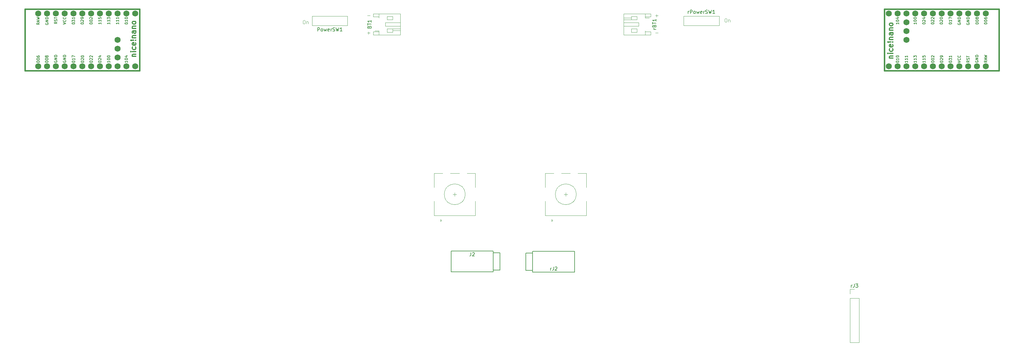
<source format=gto>
%TF.GenerationSoftware,KiCad,Pcbnew,8.0.3*%
%TF.CreationDate,2025-01-04T16:23:02+09:00*%
%TF.ProjectId,manjaro_mx,6d616e6a-6172-46f5-9f6d-782e6b696361,rev?*%
%TF.SameCoordinates,Original*%
%TF.FileFunction,Legend,Top*%
%TF.FilePolarity,Positive*%
%FSLAX46Y46*%
G04 Gerber Fmt 4.6, Leading zero omitted, Abs format (unit mm)*
G04 Created by KiCad (PCBNEW 8.0.3) date 2025-01-04 16:23:02*
%MOMM*%
%LPD*%
G01*
G04 APERTURE LIST*
%ADD10C,0.100000*%
%ADD11C,0.150000*%
%ADD12C,0.300000*%
%ADD13C,0.120000*%
%ADD14C,0.381000*%
%ADD15C,1.752600*%
G04 APERTURE END LIST*
D10*
X238994360Y-47872419D02*
X239184836Y-47872419D01*
X239184836Y-47872419D02*
X239280074Y-47920038D01*
X239280074Y-47920038D02*
X239375312Y-48015276D01*
X239375312Y-48015276D02*
X239422931Y-48205752D01*
X239422931Y-48205752D02*
X239422931Y-48539085D01*
X239422931Y-48539085D02*
X239375312Y-48729561D01*
X239375312Y-48729561D02*
X239280074Y-48824800D01*
X239280074Y-48824800D02*
X239184836Y-48872419D01*
X239184836Y-48872419D02*
X238994360Y-48872419D01*
X238994360Y-48872419D02*
X238899122Y-48824800D01*
X238899122Y-48824800D02*
X238803884Y-48729561D01*
X238803884Y-48729561D02*
X238756265Y-48539085D01*
X238756265Y-48539085D02*
X238756265Y-48205752D01*
X238756265Y-48205752D02*
X238803884Y-48015276D01*
X238803884Y-48015276D02*
X238899122Y-47920038D01*
X238899122Y-47920038D02*
X238994360Y-47872419D01*
X239851503Y-48205752D02*
X239851503Y-48872419D01*
X239851503Y-48300990D02*
X239899122Y-48253371D01*
X239899122Y-48253371D02*
X239994360Y-48205752D01*
X239994360Y-48205752D02*
X240137217Y-48205752D01*
X240137217Y-48205752D02*
X240232455Y-48253371D01*
X240232455Y-48253371D02*
X240280074Y-48348609D01*
X240280074Y-48348609D02*
X240280074Y-48872419D01*
X218803884Y-46991466D02*
X219565789Y-46991466D01*
X219184836Y-47372419D02*
X219184836Y-46610514D01*
X135803884Y-46991466D02*
X136565789Y-46991466D01*
X218803884Y-51991466D02*
X219565789Y-51991466D01*
X135803884Y-51991466D02*
X136565789Y-51991466D01*
X136184836Y-52372419D02*
X136184836Y-51610514D01*
X117494360Y-48372419D02*
X117684836Y-48372419D01*
X117684836Y-48372419D02*
X117780074Y-48420038D01*
X117780074Y-48420038D02*
X117875312Y-48515276D01*
X117875312Y-48515276D02*
X117922931Y-48705752D01*
X117922931Y-48705752D02*
X117922931Y-49039085D01*
X117922931Y-49039085D02*
X117875312Y-49229561D01*
X117875312Y-49229561D02*
X117780074Y-49324800D01*
X117780074Y-49324800D02*
X117684836Y-49372419D01*
X117684836Y-49372419D02*
X117494360Y-49372419D01*
X117494360Y-49372419D02*
X117399122Y-49324800D01*
X117399122Y-49324800D02*
X117303884Y-49229561D01*
X117303884Y-49229561D02*
X117256265Y-49039085D01*
X117256265Y-49039085D02*
X117256265Y-48705752D01*
X117256265Y-48705752D02*
X117303884Y-48515276D01*
X117303884Y-48515276D02*
X117399122Y-48420038D01*
X117399122Y-48420038D02*
X117494360Y-48372419D01*
X118351503Y-48705752D02*
X118351503Y-49372419D01*
X118351503Y-48800990D02*
X118399122Y-48753371D01*
X118399122Y-48753371D02*
X118494360Y-48705752D01*
X118494360Y-48705752D02*
X118637217Y-48705752D01*
X118637217Y-48705752D02*
X118732455Y-48753371D01*
X118732455Y-48753371D02*
X118780074Y-48848609D01*
X118780074Y-48848609D02*
X118780074Y-49372419D01*
D11*
X121500000Y-51494819D02*
X121500000Y-50494819D01*
X121500000Y-50494819D02*
X121880952Y-50494819D01*
X121880952Y-50494819D02*
X121976190Y-50542438D01*
X121976190Y-50542438D02*
X122023809Y-50590057D01*
X122023809Y-50590057D02*
X122071428Y-50685295D01*
X122071428Y-50685295D02*
X122071428Y-50828152D01*
X122071428Y-50828152D02*
X122023809Y-50923390D01*
X122023809Y-50923390D02*
X121976190Y-50971009D01*
X121976190Y-50971009D02*
X121880952Y-51018628D01*
X121880952Y-51018628D02*
X121500000Y-51018628D01*
X122642857Y-51494819D02*
X122547619Y-51447200D01*
X122547619Y-51447200D02*
X122500000Y-51399580D01*
X122500000Y-51399580D02*
X122452381Y-51304342D01*
X122452381Y-51304342D02*
X122452381Y-51018628D01*
X122452381Y-51018628D02*
X122500000Y-50923390D01*
X122500000Y-50923390D02*
X122547619Y-50875771D01*
X122547619Y-50875771D02*
X122642857Y-50828152D01*
X122642857Y-50828152D02*
X122785714Y-50828152D01*
X122785714Y-50828152D02*
X122880952Y-50875771D01*
X122880952Y-50875771D02*
X122928571Y-50923390D01*
X122928571Y-50923390D02*
X122976190Y-51018628D01*
X122976190Y-51018628D02*
X122976190Y-51304342D01*
X122976190Y-51304342D02*
X122928571Y-51399580D01*
X122928571Y-51399580D02*
X122880952Y-51447200D01*
X122880952Y-51447200D02*
X122785714Y-51494819D01*
X122785714Y-51494819D02*
X122642857Y-51494819D01*
X123309524Y-50828152D02*
X123500000Y-51494819D01*
X123500000Y-51494819D02*
X123690476Y-51018628D01*
X123690476Y-51018628D02*
X123880952Y-51494819D01*
X123880952Y-51494819D02*
X124071428Y-50828152D01*
X124833333Y-51447200D02*
X124738095Y-51494819D01*
X124738095Y-51494819D02*
X124547619Y-51494819D01*
X124547619Y-51494819D02*
X124452381Y-51447200D01*
X124452381Y-51447200D02*
X124404762Y-51351961D01*
X124404762Y-51351961D02*
X124404762Y-50971009D01*
X124404762Y-50971009D02*
X124452381Y-50875771D01*
X124452381Y-50875771D02*
X124547619Y-50828152D01*
X124547619Y-50828152D02*
X124738095Y-50828152D01*
X124738095Y-50828152D02*
X124833333Y-50875771D01*
X124833333Y-50875771D02*
X124880952Y-50971009D01*
X124880952Y-50971009D02*
X124880952Y-51066247D01*
X124880952Y-51066247D02*
X124404762Y-51161485D01*
X125309524Y-51494819D02*
X125309524Y-50828152D01*
X125309524Y-51018628D02*
X125357143Y-50923390D01*
X125357143Y-50923390D02*
X125404762Y-50875771D01*
X125404762Y-50875771D02*
X125500000Y-50828152D01*
X125500000Y-50828152D02*
X125595238Y-50828152D01*
X125880953Y-51447200D02*
X126023810Y-51494819D01*
X126023810Y-51494819D02*
X126261905Y-51494819D01*
X126261905Y-51494819D02*
X126357143Y-51447200D01*
X126357143Y-51447200D02*
X126404762Y-51399580D01*
X126404762Y-51399580D02*
X126452381Y-51304342D01*
X126452381Y-51304342D02*
X126452381Y-51209104D01*
X126452381Y-51209104D02*
X126404762Y-51113866D01*
X126404762Y-51113866D02*
X126357143Y-51066247D01*
X126357143Y-51066247D02*
X126261905Y-51018628D01*
X126261905Y-51018628D02*
X126071429Y-50971009D01*
X126071429Y-50971009D02*
X125976191Y-50923390D01*
X125976191Y-50923390D02*
X125928572Y-50875771D01*
X125928572Y-50875771D02*
X125880953Y-50780533D01*
X125880953Y-50780533D02*
X125880953Y-50685295D01*
X125880953Y-50685295D02*
X125928572Y-50590057D01*
X125928572Y-50590057D02*
X125976191Y-50542438D01*
X125976191Y-50542438D02*
X126071429Y-50494819D01*
X126071429Y-50494819D02*
X126309524Y-50494819D01*
X126309524Y-50494819D02*
X126452381Y-50542438D01*
X126785715Y-50494819D02*
X127023810Y-51494819D01*
X127023810Y-51494819D02*
X127214286Y-50780533D01*
X127214286Y-50780533D02*
X127404762Y-51494819D01*
X127404762Y-51494819D02*
X127642858Y-50494819D01*
X128547619Y-51494819D02*
X127976191Y-51494819D01*
X128261905Y-51494819D02*
X128261905Y-50494819D01*
X128261905Y-50494819D02*
X128166667Y-50637676D01*
X128166667Y-50637676D02*
X128071429Y-50732914D01*
X128071429Y-50732914D02*
X127976191Y-50780533D01*
X165666666Y-115396619D02*
X165666666Y-116110904D01*
X165666666Y-116110904D02*
X165619047Y-116253761D01*
X165619047Y-116253761D02*
X165523809Y-116349000D01*
X165523809Y-116349000D02*
X165380952Y-116396619D01*
X165380952Y-116396619D02*
X165285714Y-116396619D01*
X166095238Y-115491857D02*
X166142857Y-115444238D01*
X166142857Y-115444238D02*
X166238095Y-115396619D01*
X166238095Y-115396619D02*
X166476190Y-115396619D01*
X166476190Y-115396619D02*
X166571428Y-115444238D01*
X166571428Y-115444238D02*
X166619047Y-115491857D01*
X166619047Y-115491857D02*
X166666666Y-115587095D01*
X166666666Y-115587095D02*
X166666666Y-115682333D01*
X166666666Y-115682333D02*
X166619047Y-115825190D01*
X166619047Y-115825190D02*
X166047619Y-116396619D01*
X166047619Y-116396619D02*
X166666666Y-116396619D01*
X136381009Y-50285714D02*
X136428628Y-50142857D01*
X136428628Y-50142857D02*
X136476247Y-50095238D01*
X136476247Y-50095238D02*
X136571485Y-50047619D01*
X136571485Y-50047619D02*
X136714342Y-50047619D01*
X136714342Y-50047619D02*
X136809580Y-50095238D01*
X136809580Y-50095238D02*
X136857200Y-50142857D01*
X136857200Y-50142857D02*
X136904819Y-50238095D01*
X136904819Y-50238095D02*
X136904819Y-50619047D01*
X136904819Y-50619047D02*
X135904819Y-50619047D01*
X135904819Y-50619047D02*
X135904819Y-50285714D01*
X135904819Y-50285714D02*
X135952438Y-50190476D01*
X135952438Y-50190476D02*
X136000057Y-50142857D01*
X136000057Y-50142857D02*
X136095295Y-50095238D01*
X136095295Y-50095238D02*
X136190533Y-50095238D01*
X136190533Y-50095238D02*
X136285771Y-50142857D01*
X136285771Y-50142857D02*
X136333390Y-50190476D01*
X136333390Y-50190476D02*
X136381009Y-50285714D01*
X136381009Y-50285714D02*
X136381009Y-50619047D01*
X135904819Y-49761904D02*
X135904819Y-49190476D01*
X136904819Y-49476190D02*
X135904819Y-49476190D01*
X136904819Y-48333333D02*
X136904819Y-48904761D01*
X136904819Y-48619047D02*
X135904819Y-48619047D01*
X135904819Y-48619047D02*
X136047676Y-48714285D01*
X136047676Y-48714285D02*
X136142914Y-48809523D01*
X136142914Y-48809523D02*
X136190533Y-48904761D01*
X275221428Y-125464819D02*
X275221428Y-124798152D01*
X275221428Y-124988628D02*
X275269047Y-124893390D01*
X275269047Y-124893390D02*
X275316666Y-124845771D01*
X275316666Y-124845771D02*
X275411904Y-124798152D01*
X275411904Y-124798152D02*
X275507142Y-124798152D01*
X276126190Y-124464819D02*
X276126190Y-125179104D01*
X276126190Y-125179104D02*
X276078571Y-125321961D01*
X276078571Y-125321961D02*
X275983333Y-125417200D01*
X275983333Y-125417200D02*
X275840476Y-125464819D01*
X275840476Y-125464819D02*
X275745238Y-125464819D01*
X276507143Y-124464819D02*
X277126190Y-124464819D01*
X277126190Y-124464819D02*
X276792857Y-124845771D01*
X276792857Y-124845771D02*
X276935714Y-124845771D01*
X276935714Y-124845771D02*
X277030952Y-124893390D01*
X277030952Y-124893390D02*
X277078571Y-124941009D01*
X277078571Y-124941009D02*
X277126190Y-125036247D01*
X277126190Y-125036247D02*
X277126190Y-125274342D01*
X277126190Y-125274342D02*
X277078571Y-125369580D01*
X277078571Y-125369580D02*
X277030952Y-125417200D01*
X277030952Y-125417200D02*
X276935714Y-125464819D01*
X276935714Y-125464819D02*
X276650000Y-125464819D01*
X276650000Y-125464819D02*
X276554762Y-125417200D01*
X276554762Y-125417200D02*
X276507143Y-125369580D01*
X228240476Y-46414819D02*
X228240476Y-45748152D01*
X228240476Y-45938628D02*
X228288095Y-45843390D01*
X228288095Y-45843390D02*
X228335714Y-45795771D01*
X228335714Y-45795771D02*
X228430952Y-45748152D01*
X228430952Y-45748152D02*
X228526190Y-45748152D01*
X228859524Y-46414819D02*
X228859524Y-45414819D01*
X228859524Y-45414819D02*
X229240476Y-45414819D01*
X229240476Y-45414819D02*
X229335714Y-45462438D01*
X229335714Y-45462438D02*
X229383333Y-45510057D01*
X229383333Y-45510057D02*
X229430952Y-45605295D01*
X229430952Y-45605295D02*
X229430952Y-45748152D01*
X229430952Y-45748152D02*
X229383333Y-45843390D01*
X229383333Y-45843390D02*
X229335714Y-45891009D01*
X229335714Y-45891009D02*
X229240476Y-45938628D01*
X229240476Y-45938628D02*
X228859524Y-45938628D01*
X230002381Y-46414819D02*
X229907143Y-46367200D01*
X229907143Y-46367200D02*
X229859524Y-46319580D01*
X229859524Y-46319580D02*
X229811905Y-46224342D01*
X229811905Y-46224342D02*
X229811905Y-45938628D01*
X229811905Y-45938628D02*
X229859524Y-45843390D01*
X229859524Y-45843390D02*
X229907143Y-45795771D01*
X229907143Y-45795771D02*
X230002381Y-45748152D01*
X230002381Y-45748152D02*
X230145238Y-45748152D01*
X230145238Y-45748152D02*
X230240476Y-45795771D01*
X230240476Y-45795771D02*
X230288095Y-45843390D01*
X230288095Y-45843390D02*
X230335714Y-45938628D01*
X230335714Y-45938628D02*
X230335714Y-46224342D01*
X230335714Y-46224342D02*
X230288095Y-46319580D01*
X230288095Y-46319580D02*
X230240476Y-46367200D01*
X230240476Y-46367200D02*
X230145238Y-46414819D01*
X230145238Y-46414819D02*
X230002381Y-46414819D01*
X230669048Y-45748152D02*
X230859524Y-46414819D01*
X230859524Y-46414819D02*
X231050000Y-45938628D01*
X231050000Y-45938628D02*
X231240476Y-46414819D01*
X231240476Y-46414819D02*
X231430952Y-45748152D01*
X232192857Y-46367200D02*
X232097619Y-46414819D01*
X232097619Y-46414819D02*
X231907143Y-46414819D01*
X231907143Y-46414819D02*
X231811905Y-46367200D01*
X231811905Y-46367200D02*
X231764286Y-46271961D01*
X231764286Y-46271961D02*
X231764286Y-45891009D01*
X231764286Y-45891009D02*
X231811905Y-45795771D01*
X231811905Y-45795771D02*
X231907143Y-45748152D01*
X231907143Y-45748152D02*
X232097619Y-45748152D01*
X232097619Y-45748152D02*
X232192857Y-45795771D01*
X232192857Y-45795771D02*
X232240476Y-45891009D01*
X232240476Y-45891009D02*
X232240476Y-45986247D01*
X232240476Y-45986247D02*
X231764286Y-46081485D01*
X232669048Y-46414819D02*
X232669048Y-45748152D01*
X232669048Y-45938628D02*
X232716667Y-45843390D01*
X232716667Y-45843390D02*
X232764286Y-45795771D01*
X232764286Y-45795771D02*
X232859524Y-45748152D01*
X232859524Y-45748152D02*
X232954762Y-45748152D01*
X233240477Y-46367200D02*
X233383334Y-46414819D01*
X233383334Y-46414819D02*
X233621429Y-46414819D01*
X233621429Y-46414819D02*
X233716667Y-46367200D01*
X233716667Y-46367200D02*
X233764286Y-46319580D01*
X233764286Y-46319580D02*
X233811905Y-46224342D01*
X233811905Y-46224342D02*
X233811905Y-46129104D01*
X233811905Y-46129104D02*
X233764286Y-46033866D01*
X233764286Y-46033866D02*
X233716667Y-45986247D01*
X233716667Y-45986247D02*
X233621429Y-45938628D01*
X233621429Y-45938628D02*
X233430953Y-45891009D01*
X233430953Y-45891009D02*
X233335715Y-45843390D01*
X233335715Y-45843390D02*
X233288096Y-45795771D01*
X233288096Y-45795771D02*
X233240477Y-45700533D01*
X233240477Y-45700533D02*
X233240477Y-45605295D01*
X233240477Y-45605295D02*
X233288096Y-45510057D01*
X233288096Y-45510057D02*
X233335715Y-45462438D01*
X233335715Y-45462438D02*
X233430953Y-45414819D01*
X233430953Y-45414819D02*
X233669048Y-45414819D01*
X233669048Y-45414819D02*
X233811905Y-45462438D01*
X234145239Y-45414819D02*
X234383334Y-46414819D01*
X234383334Y-46414819D02*
X234573810Y-45700533D01*
X234573810Y-45700533D02*
X234764286Y-46414819D01*
X234764286Y-46414819D02*
X235002382Y-45414819D01*
X235907143Y-46414819D02*
X235335715Y-46414819D01*
X235621429Y-46414819D02*
X235621429Y-45414819D01*
X235621429Y-45414819D02*
X235526191Y-45557676D01*
X235526191Y-45557676D02*
X235430953Y-45652914D01*
X235430953Y-45652914D02*
X235335715Y-45700533D01*
X291472295Y-60070524D02*
X291472295Y-60527667D01*
X291472295Y-60299095D02*
X290672295Y-60299095D01*
X290672295Y-60299095D02*
X290786580Y-60375286D01*
X290786580Y-60375286D02*
X290862771Y-60451476D01*
X290862771Y-60451476D02*
X290900866Y-60527667D01*
X291472295Y-59308619D02*
X291472295Y-59765762D01*
X291472295Y-59537190D02*
X290672295Y-59537190D01*
X290672295Y-59537190D02*
X290786580Y-59613381D01*
X290786580Y-59613381D02*
X290862771Y-59689571D01*
X290862771Y-59689571D02*
X290900866Y-59765762D01*
X291472295Y-58546714D02*
X291472295Y-59003857D01*
X291472295Y-58775285D02*
X290672295Y-58775285D01*
X290672295Y-58775285D02*
X290786580Y-58851476D01*
X290786580Y-58851476D02*
X290862771Y-58927666D01*
X290862771Y-58927666D02*
X290900866Y-59003857D01*
X311030390Y-60064190D02*
X310992295Y-60140380D01*
X310992295Y-60140380D02*
X310992295Y-60254666D01*
X310992295Y-60254666D02*
X311030390Y-60368952D01*
X311030390Y-60368952D02*
X311106580Y-60445142D01*
X311106580Y-60445142D02*
X311182771Y-60483237D01*
X311182771Y-60483237D02*
X311335152Y-60521333D01*
X311335152Y-60521333D02*
X311449438Y-60521333D01*
X311449438Y-60521333D02*
X311601819Y-60483237D01*
X311601819Y-60483237D02*
X311678009Y-60445142D01*
X311678009Y-60445142D02*
X311754200Y-60368952D01*
X311754200Y-60368952D02*
X311792295Y-60254666D01*
X311792295Y-60254666D02*
X311792295Y-60178475D01*
X311792295Y-60178475D02*
X311754200Y-60064190D01*
X311754200Y-60064190D02*
X311716104Y-60026094D01*
X311716104Y-60026094D02*
X311449438Y-60026094D01*
X311449438Y-60026094D02*
X311449438Y-60178475D01*
X311792295Y-59683237D02*
X310992295Y-59683237D01*
X310992295Y-59683237D02*
X311792295Y-59226094D01*
X311792295Y-59226094D02*
X310992295Y-59226094D01*
X311792295Y-58845142D02*
X310992295Y-58845142D01*
X310992295Y-58845142D02*
X310992295Y-58654666D01*
X310992295Y-58654666D02*
X311030390Y-58540380D01*
X311030390Y-58540380D02*
X311106580Y-58464190D01*
X311106580Y-58464190D02*
X311182771Y-58426095D01*
X311182771Y-58426095D02*
X311335152Y-58387999D01*
X311335152Y-58387999D02*
X311449438Y-58387999D01*
X311449438Y-58387999D02*
X311601819Y-58426095D01*
X311601819Y-58426095D02*
X311678009Y-58464190D01*
X311678009Y-58464190D02*
X311754200Y-58540380D01*
X311754200Y-58540380D02*
X311792295Y-58654666D01*
X311792295Y-58654666D02*
X311792295Y-58845142D01*
X300762295Y-49262809D02*
X300762295Y-49186619D01*
X300762295Y-49186619D02*
X300800390Y-49110428D01*
X300800390Y-49110428D02*
X300838485Y-49072333D01*
X300838485Y-49072333D02*
X300914676Y-49034238D01*
X300914676Y-49034238D02*
X301067057Y-48996143D01*
X301067057Y-48996143D02*
X301257533Y-48996143D01*
X301257533Y-48996143D02*
X301409914Y-49034238D01*
X301409914Y-49034238D02*
X301486104Y-49072333D01*
X301486104Y-49072333D02*
X301524200Y-49110428D01*
X301524200Y-49110428D02*
X301562295Y-49186619D01*
X301562295Y-49186619D02*
X301562295Y-49262809D01*
X301562295Y-49262809D02*
X301524200Y-49339000D01*
X301524200Y-49339000D02*
X301486104Y-49377095D01*
X301486104Y-49377095D02*
X301409914Y-49415190D01*
X301409914Y-49415190D02*
X301257533Y-49453286D01*
X301257533Y-49453286D02*
X301067057Y-49453286D01*
X301067057Y-49453286D02*
X300914676Y-49415190D01*
X300914676Y-49415190D02*
X300838485Y-49377095D01*
X300838485Y-49377095D02*
X300800390Y-49339000D01*
X300800390Y-49339000D02*
X300762295Y-49262809D01*
X300838485Y-48691381D02*
X300800390Y-48653285D01*
X300800390Y-48653285D02*
X300762295Y-48577095D01*
X300762295Y-48577095D02*
X300762295Y-48386619D01*
X300762295Y-48386619D02*
X300800390Y-48310428D01*
X300800390Y-48310428D02*
X300838485Y-48272333D01*
X300838485Y-48272333D02*
X300914676Y-48234238D01*
X300914676Y-48234238D02*
X300990866Y-48234238D01*
X300990866Y-48234238D02*
X301105152Y-48272333D01*
X301105152Y-48272333D02*
X301562295Y-48729476D01*
X301562295Y-48729476D02*
X301562295Y-48234238D01*
X300762295Y-47738999D02*
X300762295Y-47662809D01*
X300762295Y-47662809D02*
X300800390Y-47586618D01*
X300800390Y-47586618D02*
X300838485Y-47548523D01*
X300838485Y-47548523D02*
X300914676Y-47510428D01*
X300914676Y-47510428D02*
X301067057Y-47472333D01*
X301067057Y-47472333D02*
X301257533Y-47472333D01*
X301257533Y-47472333D02*
X301409914Y-47510428D01*
X301409914Y-47510428D02*
X301486104Y-47548523D01*
X301486104Y-47548523D02*
X301524200Y-47586618D01*
X301524200Y-47586618D02*
X301562295Y-47662809D01*
X301562295Y-47662809D02*
X301562295Y-47738999D01*
X301562295Y-47738999D02*
X301524200Y-47815190D01*
X301524200Y-47815190D02*
X301486104Y-47853285D01*
X301486104Y-47853285D02*
X301409914Y-47891380D01*
X301409914Y-47891380D02*
X301257533Y-47929476D01*
X301257533Y-47929476D02*
X301067057Y-47929476D01*
X301067057Y-47929476D02*
X300914676Y-47891380D01*
X300914676Y-47891380D02*
X300838485Y-47853285D01*
X300838485Y-47853285D02*
X300800390Y-47815190D01*
X300800390Y-47815190D02*
X300762295Y-47738999D01*
X303372295Y-60337190D02*
X303372295Y-60261000D01*
X303372295Y-60261000D02*
X303410390Y-60184809D01*
X303410390Y-60184809D02*
X303448485Y-60146714D01*
X303448485Y-60146714D02*
X303524676Y-60108619D01*
X303524676Y-60108619D02*
X303677057Y-60070524D01*
X303677057Y-60070524D02*
X303867533Y-60070524D01*
X303867533Y-60070524D02*
X304019914Y-60108619D01*
X304019914Y-60108619D02*
X304096104Y-60146714D01*
X304096104Y-60146714D02*
X304134200Y-60184809D01*
X304134200Y-60184809D02*
X304172295Y-60261000D01*
X304172295Y-60261000D02*
X304172295Y-60337190D01*
X304172295Y-60337190D02*
X304134200Y-60413381D01*
X304134200Y-60413381D02*
X304096104Y-60451476D01*
X304096104Y-60451476D02*
X304019914Y-60489571D01*
X304019914Y-60489571D02*
X303867533Y-60527667D01*
X303867533Y-60527667D02*
X303677057Y-60527667D01*
X303677057Y-60527667D02*
X303524676Y-60489571D01*
X303524676Y-60489571D02*
X303448485Y-60451476D01*
X303448485Y-60451476D02*
X303410390Y-60413381D01*
X303410390Y-60413381D02*
X303372295Y-60337190D01*
X303372295Y-59803857D02*
X303372295Y-59308619D01*
X303372295Y-59308619D02*
X303677057Y-59575285D01*
X303677057Y-59575285D02*
X303677057Y-59461000D01*
X303677057Y-59461000D02*
X303715152Y-59384809D01*
X303715152Y-59384809D02*
X303753247Y-59346714D01*
X303753247Y-59346714D02*
X303829438Y-59308619D01*
X303829438Y-59308619D02*
X304019914Y-59308619D01*
X304019914Y-59308619D02*
X304096104Y-59346714D01*
X304096104Y-59346714D02*
X304134200Y-59384809D01*
X304134200Y-59384809D02*
X304172295Y-59461000D01*
X304172295Y-59461000D02*
X304172295Y-59689571D01*
X304172295Y-59689571D02*
X304134200Y-59765762D01*
X304134200Y-59765762D02*
X304096104Y-59803857D01*
X304172295Y-58546714D02*
X304172295Y-59003857D01*
X304172295Y-58775285D02*
X303372295Y-58775285D01*
X303372295Y-58775285D02*
X303486580Y-58851476D01*
X303486580Y-58851476D02*
X303562771Y-58927666D01*
X303562771Y-58927666D02*
X303600866Y-59003857D01*
X308490390Y-49148523D02*
X308452295Y-49224713D01*
X308452295Y-49224713D02*
X308452295Y-49338999D01*
X308452295Y-49338999D02*
X308490390Y-49453285D01*
X308490390Y-49453285D02*
X308566580Y-49529475D01*
X308566580Y-49529475D02*
X308642771Y-49567570D01*
X308642771Y-49567570D02*
X308795152Y-49605666D01*
X308795152Y-49605666D02*
X308909438Y-49605666D01*
X308909438Y-49605666D02*
X309061819Y-49567570D01*
X309061819Y-49567570D02*
X309138009Y-49529475D01*
X309138009Y-49529475D02*
X309214200Y-49453285D01*
X309214200Y-49453285D02*
X309252295Y-49338999D01*
X309252295Y-49338999D02*
X309252295Y-49262808D01*
X309252295Y-49262808D02*
X309214200Y-49148523D01*
X309214200Y-49148523D02*
X309176104Y-49110427D01*
X309176104Y-49110427D02*
X308909438Y-49110427D01*
X308909438Y-49110427D02*
X308909438Y-49262808D01*
X309252295Y-48767570D02*
X308452295Y-48767570D01*
X308452295Y-48767570D02*
X309252295Y-48310427D01*
X309252295Y-48310427D02*
X308452295Y-48310427D01*
X309252295Y-47929475D02*
X308452295Y-47929475D01*
X308452295Y-47929475D02*
X308452295Y-47738999D01*
X308452295Y-47738999D02*
X308490390Y-47624713D01*
X308490390Y-47624713D02*
X308566580Y-47548523D01*
X308566580Y-47548523D02*
X308642771Y-47510428D01*
X308642771Y-47510428D02*
X308795152Y-47472332D01*
X308795152Y-47472332D02*
X308909438Y-47472332D01*
X308909438Y-47472332D02*
X309061819Y-47510428D01*
X309061819Y-47510428D02*
X309138009Y-47548523D01*
X309138009Y-47548523D02*
X309214200Y-47624713D01*
X309214200Y-47624713D02*
X309252295Y-47738999D01*
X309252295Y-47738999D02*
X309252295Y-47929475D01*
X303362295Y-49262809D02*
X303362295Y-49186619D01*
X303362295Y-49186619D02*
X303400390Y-49110428D01*
X303400390Y-49110428D02*
X303438485Y-49072333D01*
X303438485Y-49072333D02*
X303514676Y-49034238D01*
X303514676Y-49034238D02*
X303667057Y-48996143D01*
X303667057Y-48996143D02*
X303857533Y-48996143D01*
X303857533Y-48996143D02*
X304009914Y-49034238D01*
X304009914Y-49034238D02*
X304086104Y-49072333D01*
X304086104Y-49072333D02*
X304124200Y-49110428D01*
X304124200Y-49110428D02*
X304162295Y-49186619D01*
X304162295Y-49186619D02*
X304162295Y-49262809D01*
X304162295Y-49262809D02*
X304124200Y-49339000D01*
X304124200Y-49339000D02*
X304086104Y-49377095D01*
X304086104Y-49377095D02*
X304009914Y-49415190D01*
X304009914Y-49415190D02*
X303857533Y-49453286D01*
X303857533Y-49453286D02*
X303667057Y-49453286D01*
X303667057Y-49453286D02*
X303514676Y-49415190D01*
X303514676Y-49415190D02*
X303438485Y-49377095D01*
X303438485Y-49377095D02*
X303400390Y-49339000D01*
X303400390Y-49339000D02*
X303362295Y-49262809D01*
X304162295Y-48234238D02*
X304162295Y-48691381D01*
X304162295Y-48462809D02*
X303362295Y-48462809D01*
X303362295Y-48462809D02*
X303476580Y-48539000D01*
X303476580Y-48539000D02*
X303552771Y-48615190D01*
X303552771Y-48615190D02*
X303590866Y-48691381D01*
X303362295Y-47967571D02*
X303362295Y-47434237D01*
X303362295Y-47434237D02*
X304162295Y-47777095D01*
X298292295Y-60337190D02*
X298292295Y-60261000D01*
X298292295Y-60261000D02*
X298330390Y-60184809D01*
X298330390Y-60184809D02*
X298368485Y-60146714D01*
X298368485Y-60146714D02*
X298444676Y-60108619D01*
X298444676Y-60108619D02*
X298597057Y-60070524D01*
X298597057Y-60070524D02*
X298787533Y-60070524D01*
X298787533Y-60070524D02*
X298939914Y-60108619D01*
X298939914Y-60108619D02*
X299016104Y-60146714D01*
X299016104Y-60146714D02*
X299054200Y-60184809D01*
X299054200Y-60184809D02*
X299092295Y-60261000D01*
X299092295Y-60261000D02*
X299092295Y-60337190D01*
X299092295Y-60337190D02*
X299054200Y-60413381D01*
X299054200Y-60413381D02*
X299016104Y-60451476D01*
X299016104Y-60451476D02*
X298939914Y-60489571D01*
X298939914Y-60489571D02*
X298787533Y-60527667D01*
X298787533Y-60527667D02*
X298597057Y-60527667D01*
X298597057Y-60527667D02*
X298444676Y-60489571D01*
X298444676Y-60489571D02*
X298368485Y-60451476D01*
X298368485Y-60451476D02*
X298330390Y-60413381D01*
X298330390Y-60413381D02*
X298292295Y-60337190D01*
X298292295Y-59575285D02*
X298292295Y-59499095D01*
X298292295Y-59499095D02*
X298330390Y-59422904D01*
X298330390Y-59422904D02*
X298368485Y-59384809D01*
X298368485Y-59384809D02*
X298444676Y-59346714D01*
X298444676Y-59346714D02*
X298597057Y-59308619D01*
X298597057Y-59308619D02*
X298787533Y-59308619D01*
X298787533Y-59308619D02*
X298939914Y-59346714D01*
X298939914Y-59346714D02*
X299016104Y-59384809D01*
X299016104Y-59384809D02*
X299054200Y-59422904D01*
X299054200Y-59422904D02*
X299092295Y-59499095D01*
X299092295Y-59499095D02*
X299092295Y-59575285D01*
X299092295Y-59575285D02*
X299054200Y-59651476D01*
X299054200Y-59651476D02*
X299016104Y-59689571D01*
X299016104Y-59689571D02*
X298939914Y-59727666D01*
X298939914Y-59727666D02*
X298787533Y-59765762D01*
X298787533Y-59765762D02*
X298597057Y-59765762D01*
X298597057Y-59765762D02*
X298444676Y-59727666D01*
X298444676Y-59727666D02*
X298368485Y-59689571D01*
X298368485Y-59689571D02*
X298330390Y-59651476D01*
X298330390Y-59651476D02*
X298292295Y-59575285D01*
X298368485Y-59003857D02*
X298330390Y-58965761D01*
X298330390Y-58965761D02*
X298292295Y-58889571D01*
X298292295Y-58889571D02*
X298292295Y-58699095D01*
X298292295Y-58699095D02*
X298330390Y-58622904D01*
X298330390Y-58622904D02*
X298368485Y-58584809D01*
X298368485Y-58584809D02*
X298444676Y-58546714D01*
X298444676Y-58546714D02*
X298520866Y-58546714D01*
X298520866Y-58546714D02*
X298635152Y-58584809D01*
X298635152Y-58584809D02*
X299092295Y-59041952D01*
X299092295Y-59041952D02*
X299092295Y-58546714D01*
X300832295Y-60337190D02*
X300832295Y-60261000D01*
X300832295Y-60261000D02*
X300870390Y-60184809D01*
X300870390Y-60184809D02*
X300908485Y-60146714D01*
X300908485Y-60146714D02*
X300984676Y-60108619D01*
X300984676Y-60108619D02*
X301137057Y-60070524D01*
X301137057Y-60070524D02*
X301327533Y-60070524D01*
X301327533Y-60070524D02*
X301479914Y-60108619D01*
X301479914Y-60108619D02*
X301556104Y-60146714D01*
X301556104Y-60146714D02*
X301594200Y-60184809D01*
X301594200Y-60184809D02*
X301632295Y-60261000D01*
X301632295Y-60261000D02*
X301632295Y-60337190D01*
X301632295Y-60337190D02*
X301594200Y-60413381D01*
X301594200Y-60413381D02*
X301556104Y-60451476D01*
X301556104Y-60451476D02*
X301479914Y-60489571D01*
X301479914Y-60489571D02*
X301327533Y-60527667D01*
X301327533Y-60527667D02*
X301137057Y-60527667D01*
X301137057Y-60527667D02*
X300984676Y-60489571D01*
X300984676Y-60489571D02*
X300908485Y-60451476D01*
X300908485Y-60451476D02*
X300870390Y-60413381D01*
X300870390Y-60413381D02*
X300832295Y-60337190D01*
X300908485Y-59765762D02*
X300870390Y-59727666D01*
X300870390Y-59727666D02*
X300832295Y-59651476D01*
X300832295Y-59651476D02*
X300832295Y-59461000D01*
X300832295Y-59461000D02*
X300870390Y-59384809D01*
X300870390Y-59384809D02*
X300908485Y-59346714D01*
X300908485Y-59346714D02*
X300984676Y-59308619D01*
X300984676Y-59308619D02*
X301060866Y-59308619D01*
X301060866Y-59308619D02*
X301175152Y-59346714D01*
X301175152Y-59346714D02*
X301632295Y-59803857D01*
X301632295Y-59803857D02*
X301632295Y-59308619D01*
X301632295Y-58927666D02*
X301632295Y-58775285D01*
X301632295Y-58775285D02*
X301594200Y-58699095D01*
X301594200Y-58699095D02*
X301556104Y-58660999D01*
X301556104Y-58660999D02*
X301441819Y-58584809D01*
X301441819Y-58584809D02*
X301289438Y-58546714D01*
X301289438Y-58546714D02*
X300984676Y-58546714D01*
X300984676Y-58546714D02*
X300908485Y-58584809D01*
X300908485Y-58584809D02*
X300870390Y-58622904D01*
X300870390Y-58622904D02*
X300832295Y-58699095D01*
X300832295Y-58699095D02*
X300832295Y-58851476D01*
X300832295Y-58851476D02*
X300870390Y-58927666D01*
X300870390Y-58927666D02*
X300908485Y-58965761D01*
X300908485Y-58965761D02*
X300984676Y-59003857D01*
X300984676Y-59003857D02*
X301175152Y-59003857D01*
X301175152Y-59003857D02*
X301251342Y-58965761D01*
X301251342Y-58965761D02*
X301289438Y-58927666D01*
X301289438Y-58927666D02*
X301327533Y-58851476D01*
X301327533Y-58851476D02*
X301327533Y-58699095D01*
X301327533Y-58699095D02*
X301289438Y-58622904D01*
X301289438Y-58622904D02*
X301251342Y-58584809D01*
X301251342Y-58584809D02*
X301175152Y-58546714D01*
X295752295Y-49262809D02*
X295752295Y-49186619D01*
X295752295Y-49186619D02*
X295790390Y-49110428D01*
X295790390Y-49110428D02*
X295828485Y-49072333D01*
X295828485Y-49072333D02*
X295904676Y-49034238D01*
X295904676Y-49034238D02*
X296057057Y-48996143D01*
X296057057Y-48996143D02*
X296247533Y-48996143D01*
X296247533Y-48996143D02*
X296399914Y-49034238D01*
X296399914Y-49034238D02*
X296476104Y-49072333D01*
X296476104Y-49072333D02*
X296514200Y-49110428D01*
X296514200Y-49110428D02*
X296552295Y-49186619D01*
X296552295Y-49186619D02*
X296552295Y-49262809D01*
X296552295Y-49262809D02*
X296514200Y-49339000D01*
X296514200Y-49339000D02*
X296476104Y-49377095D01*
X296476104Y-49377095D02*
X296399914Y-49415190D01*
X296399914Y-49415190D02*
X296247533Y-49453286D01*
X296247533Y-49453286D02*
X296057057Y-49453286D01*
X296057057Y-49453286D02*
X295904676Y-49415190D01*
X295904676Y-49415190D02*
X295828485Y-49377095D01*
X295828485Y-49377095D02*
X295790390Y-49339000D01*
X295790390Y-49339000D02*
X295752295Y-49262809D01*
X295828485Y-48691381D02*
X295790390Y-48653285D01*
X295790390Y-48653285D02*
X295752295Y-48577095D01*
X295752295Y-48577095D02*
X295752295Y-48386619D01*
X295752295Y-48386619D02*
X295790390Y-48310428D01*
X295790390Y-48310428D02*
X295828485Y-48272333D01*
X295828485Y-48272333D02*
X295904676Y-48234238D01*
X295904676Y-48234238D02*
X295980866Y-48234238D01*
X295980866Y-48234238D02*
X296095152Y-48272333D01*
X296095152Y-48272333D02*
X296552295Y-48729476D01*
X296552295Y-48729476D02*
X296552295Y-48234238D01*
X296018961Y-47548523D02*
X296552295Y-47548523D01*
X295714200Y-47738999D02*
X296285628Y-47929476D01*
X296285628Y-47929476D02*
X296285628Y-47434237D01*
X296552295Y-60070524D02*
X296552295Y-60527667D01*
X296552295Y-60299095D02*
X295752295Y-60299095D01*
X295752295Y-60299095D02*
X295866580Y-60375286D01*
X295866580Y-60375286D02*
X295942771Y-60451476D01*
X295942771Y-60451476D02*
X295980866Y-60527667D01*
X296552295Y-59308619D02*
X296552295Y-59765762D01*
X296552295Y-59537190D02*
X295752295Y-59537190D01*
X295752295Y-59537190D02*
X295866580Y-59613381D01*
X295866580Y-59613381D02*
X295942771Y-59689571D01*
X295942771Y-59689571D02*
X295980866Y-59765762D01*
X295752295Y-58584809D02*
X295752295Y-58965761D01*
X295752295Y-58965761D02*
X296133247Y-59003857D01*
X296133247Y-59003857D02*
X296095152Y-58965761D01*
X296095152Y-58965761D02*
X296057057Y-58889571D01*
X296057057Y-58889571D02*
X296057057Y-58699095D01*
X296057057Y-58699095D02*
X296095152Y-58622904D01*
X296095152Y-58622904D02*
X296133247Y-58584809D01*
X296133247Y-58584809D02*
X296209438Y-58546714D01*
X296209438Y-58546714D02*
X296399914Y-58546714D01*
X296399914Y-58546714D02*
X296476104Y-58584809D01*
X296476104Y-58584809D02*
X296514200Y-58622904D01*
X296514200Y-58622904D02*
X296552295Y-58699095D01*
X296552295Y-58699095D02*
X296552295Y-58889571D01*
X296552295Y-58889571D02*
X296514200Y-58965761D01*
X296514200Y-58965761D02*
X296476104Y-59003857D01*
X313532295Y-49262809D02*
X313532295Y-49186619D01*
X313532295Y-49186619D02*
X313570390Y-49110428D01*
X313570390Y-49110428D02*
X313608485Y-49072333D01*
X313608485Y-49072333D02*
X313684676Y-49034238D01*
X313684676Y-49034238D02*
X313837057Y-48996143D01*
X313837057Y-48996143D02*
X314027533Y-48996143D01*
X314027533Y-48996143D02*
X314179914Y-49034238D01*
X314179914Y-49034238D02*
X314256104Y-49072333D01*
X314256104Y-49072333D02*
X314294200Y-49110428D01*
X314294200Y-49110428D02*
X314332295Y-49186619D01*
X314332295Y-49186619D02*
X314332295Y-49262809D01*
X314332295Y-49262809D02*
X314294200Y-49339000D01*
X314294200Y-49339000D02*
X314256104Y-49377095D01*
X314256104Y-49377095D02*
X314179914Y-49415190D01*
X314179914Y-49415190D02*
X314027533Y-49453286D01*
X314027533Y-49453286D02*
X313837057Y-49453286D01*
X313837057Y-49453286D02*
X313684676Y-49415190D01*
X313684676Y-49415190D02*
X313608485Y-49377095D01*
X313608485Y-49377095D02*
X313570390Y-49339000D01*
X313570390Y-49339000D02*
X313532295Y-49262809D01*
X313532295Y-48500904D02*
X313532295Y-48424714D01*
X313532295Y-48424714D02*
X313570390Y-48348523D01*
X313570390Y-48348523D02*
X313608485Y-48310428D01*
X313608485Y-48310428D02*
X313684676Y-48272333D01*
X313684676Y-48272333D02*
X313837057Y-48234238D01*
X313837057Y-48234238D02*
X314027533Y-48234238D01*
X314027533Y-48234238D02*
X314179914Y-48272333D01*
X314179914Y-48272333D02*
X314256104Y-48310428D01*
X314256104Y-48310428D02*
X314294200Y-48348523D01*
X314294200Y-48348523D02*
X314332295Y-48424714D01*
X314332295Y-48424714D02*
X314332295Y-48500904D01*
X314332295Y-48500904D02*
X314294200Y-48577095D01*
X314294200Y-48577095D02*
X314256104Y-48615190D01*
X314256104Y-48615190D02*
X314179914Y-48653285D01*
X314179914Y-48653285D02*
X314027533Y-48691381D01*
X314027533Y-48691381D02*
X313837057Y-48691381D01*
X313837057Y-48691381D02*
X313684676Y-48653285D01*
X313684676Y-48653285D02*
X313608485Y-48615190D01*
X313608485Y-48615190D02*
X313570390Y-48577095D01*
X313570390Y-48577095D02*
X313532295Y-48500904D01*
X313532295Y-47548523D02*
X313532295Y-47700904D01*
X313532295Y-47700904D02*
X313570390Y-47777095D01*
X313570390Y-47777095D02*
X313608485Y-47815190D01*
X313608485Y-47815190D02*
X313722771Y-47891380D01*
X313722771Y-47891380D02*
X313875152Y-47929476D01*
X313875152Y-47929476D02*
X314179914Y-47929476D01*
X314179914Y-47929476D02*
X314256104Y-47891380D01*
X314256104Y-47891380D02*
X314294200Y-47853285D01*
X314294200Y-47853285D02*
X314332295Y-47777095D01*
X314332295Y-47777095D02*
X314332295Y-47624714D01*
X314332295Y-47624714D02*
X314294200Y-47548523D01*
X314294200Y-47548523D02*
X314256104Y-47510428D01*
X314256104Y-47510428D02*
X314179914Y-47472333D01*
X314179914Y-47472333D02*
X313989438Y-47472333D01*
X313989438Y-47472333D02*
X313913247Y-47510428D01*
X313913247Y-47510428D02*
X313875152Y-47548523D01*
X313875152Y-47548523D02*
X313837057Y-47624714D01*
X313837057Y-47624714D02*
X313837057Y-47777095D01*
X313837057Y-47777095D02*
X313875152Y-47853285D01*
X313875152Y-47853285D02*
X313913247Y-47891380D01*
X313913247Y-47891380D02*
X313989438Y-47929476D01*
X305912295Y-60603857D02*
X306712295Y-60337190D01*
X306712295Y-60337190D02*
X305912295Y-60070524D01*
X306636104Y-59346714D02*
X306674200Y-59384810D01*
X306674200Y-59384810D02*
X306712295Y-59499095D01*
X306712295Y-59499095D02*
X306712295Y-59575286D01*
X306712295Y-59575286D02*
X306674200Y-59689572D01*
X306674200Y-59689572D02*
X306598009Y-59765762D01*
X306598009Y-59765762D02*
X306521819Y-59803857D01*
X306521819Y-59803857D02*
X306369438Y-59841953D01*
X306369438Y-59841953D02*
X306255152Y-59841953D01*
X306255152Y-59841953D02*
X306102771Y-59803857D01*
X306102771Y-59803857D02*
X306026580Y-59765762D01*
X306026580Y-59765762D02*
X305950390Y-59689572D01*
X305950390Y-59689572D02*
X305912295Y-59575286D01*
X305912295Y-59575286D02*
X305912295Y-59499095D01*
X305912295Y-59499095D02*
X305950390Y-59384810D01*
X305950390Y-59384810D02*
X305988485Y-59346714D01*
X306636104Y-58546714D02*
X306674200Y-58584810D01*
X306674200Y-58584810D02*
X306712295Y-58699095D01*
X306712295Y-58699095D02*
X306712295Y-58775286D01*
X306712295Y-58775286D02*
X306674200Y-58889572D01*
X306674200Y-58889572D02*
X306598009Y-58965762D01*
X306598009Y-58965762D02*
X306521819Y-59003857D01*
X306521819Y-59003857D02*
X306369438Y-59041953D01*
X306369438Y-59041953D02*
X306255152Y-59041953D01*
X306255152Y-59041953D02*
X306102771Y-59003857D01*
X306102771Y-59003857D02*
X306026580Y-58965762D01*
X306026580Y-58965762D02*
X305950390Y-58889572D01*
X305950390Y-58889572D02*
X305912295Y-58775286D01*
X305912295Y-58775286D02*
X305912295Y-58699095D01*
X305912295Y-58699095D02*
X305950390Y-58584810D01*
X305950390Y-58584810D02*
X305988485Y-58546714D01*
X288932295Y-48996143D02*
X288932295Y-49453286D01*
X288932295Y-49224714D02*
X288132295Y-49224714D01*
X288132295Y-49224714D02*
X288246580Y-49300905D01*
X288246580Y-49300905D02*
X288322771Y-49377095D01*
X288322771Y-49377095D02*
X288360866Y-49453286D01*
X288132295Y-48500904D02*
X288132295Y-48424714D01*
X288132295Y-48424714D02*
X288170390Y-48348523D01*
X288170390Y-48348523D02*
X288208485Y-48310428D01*
X288208485Y-48310428D02*
X288284676Y-48272333D01*
X288284676Y-48272333D02*
X288437057Y-48234238D01*
X288437057Y-48234238D02*
X288627533Y-48234238D01*
X288627533Y-48234238D02*
X288779914Y-48272333D01*
X288779914Y-48272333D02*
X288856104Y-48310428D01*
X288856104Y-48310428D02*
X288894200Y-48348523D01*
X288894200Y-48348523D02*
X288932295Y-48424714D01*
X288932295Y-48424714D02*
X288932295Y-48500904D01*
X288932295Y-48500904D02*
X288894200Y-48577095D01*
X288894200Y-48577095D02*
X288856104Y-48615190D01*
X288856104Y-48615190D02*
X288779914Y-48653285D01*
X288779914Y-48653285D02*
X288627533Y-48691381D01*
X288627533Y-48691381D02*
X288437057Y-48691381D01*
X288437057Y-48691381D02*
X288284676Y-48653285D01*
X288284676Y-48653285D02*
X288208485Y-48615190D01*
X288208485Y-48615190D02*
X288170390Y-48577095D01*
X288170390Y-48577095D02*
X288132295Y-48500904D01*
X288398961Y-47548523D02*
X288932295Y-47548523D01*
X288094200Y-47738999D02*
X288665628Y-47929476D01*
X288665628Y-47929476D02*
X288665628Y-47434237D01*
D12*
X286216328Y-59289714D02*
X287216328Y-59289714D01*
X286359185Y-59289714D02*
X286287757Y-59218285D01*
X286287757Y-59218285D02*
X286216328Y-59075428D01*
X286216328Y-59075428D02*
X286216328Y-58861142D01*
X286216328Y-58861142D02*
X286287757Y-58718285D01*
X286287757Y-58718285D02*
X286430614Y-58646857D01*
X286430614Y-58646857D02*
X287216328Y-58646857D01*
X287216328Y-57932571D02*
X286216328Y-57932571D01*
X285716328Y-57932571D02*
X285787757Y-58003999D01*
X285787757Y-58003999D02*
X285859185Y-57932571D01*
X285859185Y-57932571D02*
X285787757Y-57861142D01*
X285787757Y-57861142D02*
X285716328Y-57932571D01*
X285716328Y-57932571D02*
X285859185Y-57932571D01*
X287144900Y-56575428D02*
X287216328Y-56718285D01*
X287216328Y-56718285D02*
X287216328Y-57003999D01*
X287216328Y-57003999D02*
X287144900Y-57146856D01*
X287144900Y-57146856D02*
X287073471Y-57218285D01*
X287073471Y-57218285D02*
X286930614Y-57289713D01*
X286930614Y-57289713D02*
X286502042Y-57289713D01*
X286502042Y-57289713D02*
X286359185Y-57218285D01*
X286359185Y-57218285D02*
X286287757Y-57146856D01*
X286287757Y-57146856D02*
X286216328Y-57003999D01*
X286216328Y-57003999D02*
X286216328Y-56718285D01*
X286216328Y-56718285D02*
X286287757Y-56575428D01*
X287144900Y-55361142D02*
X287216328Y-55503999D01*
X287216328Y-55503999D02*
X287216328Y-55789714D01*
X287216328Y-55789714D02*
X287144900Y-55932571D01*
X287144900Y-55932571D02*
X287002042Y-56003999D01*
X287002042Y-56003999D02*
X286430614Y-56003999D01*
X286430614Y-56003999D02*
X286287757Y-55932571D01*
X286287757Y-55932571D02*
X286216328Y-55789714D01*
X286216328Y-55789714D02*
X286216328Y-55503999D01*
X286216328Y-55503999D02*
X286287757Y-55361142D01*
X286287757Y-55361142D02*
X286430614Y-55289714D01*
X286430614Y-55289714D02*
X286573471Y-55289714D01*
X286573471Y-55289714D02*
X286716328Y-56003999D01*
X287073471Y-54646857D02*
X287144900Y-54575428D01*
X287144900Y-54575428D02*
X287216328Y-54646857D01*
X287216328Y-54646857D02*
X287144900Y-54718285D01*
X287144900Y-54718285D02*
X287073471Y-54646857D01*
X287073471Y-54646857D02*
X287216328Y-54646857D01*
X286644900Y-54646857D02*
X285787757Y-54718285D01*
X285787757Y-54718285D02*
X285716328Y-54646857D01*
X285716328Y-54646857D02*
X285787757Y-54575428D01*
X285787757Y-54575428D02*
X286644900Y-54646857D01*
X286644900Y-54646857D02*
X285716328Y-54646857D01*
X286216328Y-53932571D02*
X287216328Y-53932571D01*
X286359185Y-53932571D02*
X286287757Y-53861142D01*
X286287757Y-53861142D02*
X286216328Y-53718285D01*
X286216328Y-53718285D02*
X286216328Y-53503999D01*
X286216328Y-53503999D02*
X286287757Y-53361142D01*
X286287757Y-53361142D02*
X286430614Y-53289714D01*
X286430614Y-53289714D02*
X287216328Y-53289714D01*
X287216328Y-51932571D02*
X286430614Y-51932571D01*
X286430614Y-51932571D02*
X286287757Y-52003999D01*
X286287757Y-52003999D02*
X286216328Y-52146856D01*
X286216328Y-52146856D02*
X286216328Y-52432571D01*
X286216328Y-52432571D02*
X286287757Y-52575428D01*
X287144900Y-51932571D02*
X287216328Y-52075428D01*
X287216328Y-52075428D02*
X287216328Y-52432571D01*
X287216328Y-52432571D02*
X287144900Y-52575428D01*
X287144900Y-52575428D02*
X287002042Y-52646856D01*
X287002042Y-52646856D02*
X286859185Y-52646856D01*
X286859185Y-52646856D02*
X286716328Y-52575428D01*
X286716328Y-52575428D02*
X286644900Y-52432571D01*
X286644900Y-52432571D02*
X286644900Y-52075428D01*
X286644900Y-52075428D02*
X286573471Y-51932571D01*
X286216328Y-51218285D02*
X287216328Y-51218285D01*
X286359185Y-51218285D02*
X286287757Y-51146856D01*
X286287757Y-51146856D02*
X286216328Y-51003999D01*
X286216328Y-51003999D02*
X286216328Y-50789713D01*
X286216328Y-50789713D02*
X286287757Y-50646856D01*
X286287757Y-50646856D02*
X286430614Y-50575428D01*
X286430614Y-50575428D02*
X287216328Y-50575428D01*
X287216328Y-49646856D02*
X287144900Y-49789713D01*
X287144900Y-49789713D02*
X287073471Y-49861142D01*
X287073471Y-49861142D02*
X286930614Y-49932570D01*
X286930614Y-49932570D02*
X286502042Y-49932570D01*
X286502042Y-49932570D02*
X286359185Y-49861142D01*
X286359185Y-49861142D02*
X286287757Y-49789713D01*
X286287757Y-49789713D02*
X286216328Y-49646856D01*
X286216328Y-49646856D02*
X286216328Y-49432570D01*
X286216328Y-49432570D02*
X286287757Y-49289713D01*
X286287757Y-49289713D02*
X286359185Y-49218285D01*
X286359185Y-49218285D02*
X286502042Y-49146856D01*
X286502042Y-49146856D02*
X286930614Y-49146856D01*
X286930614Y-49146856D02*
X287073471Y-49218285D01*
X287073471Y-49218285D02*
X287144900Y-49289713D01*
X287144900Y-49289713D02*
X287216328Y-49432570D01*
X287216328Y-49432570D02*
X287216328Y-49646856D01*
D11*
X305950390Y-49148523D02*
X305912295Y-49224713D01*
X305912295Y-49224713D02*
X305912295Y-49338999D01*
X305912295Y-49338999D02*
X305950390Y-49453285D01*
X305950390Y-49453285D02*
X306026580Y-49529475D01*
X306026580Y-49529475D02*
X306102771Y-49567570D01*
X306102771Y-49567570D02*
X306255152Y-49605666D01*
X306255152Y-49605666D02*
X306369438Y-49605666D01*
X306369438Y-49605666D02*
X306521819Y-49567570D01*
X306521819Y-49567570D02*
X306598009Y-49529475D01*
X306598009Y-49529475D02*
X306674200Y-49453285D01*
X306674200Y-49453285D02*
X306712295Y-49338999D01*
X306712295Y-49338999D02*
X306712295Y-49262808D01*
X306712295Y-49262808D02*
X306674200Y-49148523D01*
X306674200Y-49148523D02*
X306636104Y-49110427D01*
X306636104Y-49110427D02*
X306369438Y-49110427D01*
X306369438Y-49110427D02*
X306369438Y-49262808D01*
X306712295Y-48767570D02*
X305912295Y-48767570D01*
X305912295Y-48767570D02*
X306712295Y-48310427D01*
X306712295Y-48310427D02*
X305912295Y-48310427D01*
X306712295Y-47929475D02*
X305912295Y-47929475D01*
X305912295Y-47929475D02*
X305912295Y-47738999D01*
X305912295Y-47738999D02*
X305950390Y-47624713D01*
X305950390Y-47624713D02*
X306026580Y-47548523D01*
X306026580Y-47548523D02*
X306102771Y-47510428D01*
X306102771Y-47510428D02*
X306255152Y-47472332D01*
X306255152Y-47472332D02*
X306369438Y-47472332D01*
X306369438Y-47472332D02*
X306521819Y-47510428D01*
X306521819Y-47510428D02*
X306598009Y-47548523D01*
X306598009Y-47548523D02*
X306674200Y-47624713D01*
X306674200Y-47624713D02*
X306712295Y-47738999D01*
X306712295Y-47738999D02*
X306712295Y-47929475D01*
X288132295Y-60337190D02*
X288132295Y-60261000D01*
X288132295Y-60261000D02*
X288170390Y-60184809D01*
X288170390Y-60184809D02*
X288208485Y-60146714D01*
X288208485Y-60146714D02*
X288284676Y-60108619D01*
X288284676Y-60108619D02*
X288437057Y-60070524D01*
X288437057Y-60070524D02*
X288627533Y-60070524D01*
X288627533Y-60070524D02*
X288779914Y-60108619D01*
X288779914Y-60108619D02*
X288856104Y-60146714D01*
X288856104Y-60146714D02*
X288894200Y-60184809D01*
X288894200Y-60184809D02*
X288932295Y-60261000D01*
X288932295Y-60261000D02*
X288932295Y-60337190D01*
X288932295Y-60337190D02*
X288894200Y-60413381D01*
X288894200Y-60413381D02*
X288856104Y-60451476D01*
X288856104Y-60451476D02*
X288779914Y-60489571D01*
X288779914Y-60489571D02*
X288627533Y-60527667D01*
X288627533Y-60527667D02*
X288437057Y-60527667D01*
X288437057Y-60527667D02*
X288284676Y-60489571D01*
X288284676Y-60489571D02*
X288208485Y-60451476D01*
X288208485Y-60451476D02*
X288170390Y-60413381D01*
X288170390Y-60413381D02*
X288132295Y-60337190D01*
X288932295Y-59308619D02*
X288932295Y-59765762D01*
X288932295Y-59537190D02*
X288132295Y-59537190D01*
X288132295Y-59537190D02*
X288246580Y-59613381D01*
X288246580Y-59613381D02*
X288322771Y-59689571D01*
X288322771Y-59689571D02*
X288360866Y-59765762D01*
X288132295Y-58813380D02*
X288132295Y-58737190D01*
X288132295Y-58737190D02*
X288170390Y-58660999D01*
X288170390Y-58660999D02*
X288208485Y-58622904D01*
X288208485Y-58622904D02*
X288284676Y-58584809D01*
X288284676Y-58584809D02*
X288437057Y-58546714D01*
X288437057Y-58546714D02*
X288627533Y-58546714D01*
X288627533Y-58546714D02*
X288779914Y-58584809D01*
X288779914Y-58584809D02*
X288856104Y-58622904D01*
X288856104Y-58622904D02*
X288894200Y-58660999D01*
X288894200Y-58660999D02*
X288932295Y-58737190D01*
X288932295Y-58737190D02*
X288932295Y-58813380D01*
X288932295Y-58813380D02*
X288894200Y-58889571D01*
X288894200Y-58889571D02*
X288856104Y-58927666D01*
X288856104Y-58927666D02*
X288779914Y-58965761D01*
X288779914Y-58965761D02*
X288627533Y-59003857D01*
X288627533Y-59003857D02*
X288437057Y-59003857D01*
X288437057Y-59003857D02*
X288284676Y-58965761D01*
X288284676Y-58965761D02*
X288208485Y-58927666D01*
X288208485Y-58927666D02*
X288170390Y-58889571D01*
X288170390Y-58889571D02*
X288132295Y-58813380D01*
X298262295Y-49262809D02*
X298262295Y-49186619D01*
X298262295Y-49186619D02*
X298300390Y-49110428D01*
X298300390Y-49110428D02*
X298338485Y-49072333D01*
X298338485Y-49072333D02*
X298414676Y-49034238D01*
X298414676Y-49034238D02*
X298567057Y-48996143D01*
X298567057Y-48996143D02*
X298757533Y-48996143D01*
X298757533Y-48996143D02*
X298909914Y-49034238D01*
X298909914Y-49034238D02*
X298986104Y-49072333D01*
X298986104Y-49072333D02*
X299024200Y-49110428D01*
X299024200Y-49110428D02*
X299062295Y-49186619D01*
X299062295Y-49186619D02*
X299062295Y-49262809D01*
X299062295Y-49262809D02*
X299024200Y-49339000D01*
X299024200Y-49339000D02*
X298986104Y-49377095D01*
X298986104Y-49377095D02*
X298909914Y-49415190D01*
X298909914Y-49415190D02*
X298757533Y-49453286D01*
X298757533Y-49453286D02*
X298567057Y-49453286D01*
X298567057Y-49453286D02*
X298414676Y-49415190D01*
X298414676Y-49415190D02*
X298338485Y-49377095D01*
X298338485Y-49377095D02*
X298300390Y-49339000D01*
X298300390Y-49339000D02*
X298262295Y-49262809D01*
X298338485Y-48691381D02*
X298300390Y-48653285D01*
X298300390Y-48653285D02*
X298262295Y-48577095D01*
X298262295Y-48577095D02*
X298262295Y-48386619D01*
X298262295Y-48386619D02*
X298300390Y-48310428D01*
X298300390Y-48310428D02*
X298338485Y-48272333D01*
X298338485Y-48272333D02*
X298414676Y-48234238D01*
X298414676Y-48234238D02*
X298490866Y-48234238D01*
X298490866Y-48234238D02*
X298605152Y-48272333D01*
X298605152Y-48272333D02*
X299062295Y-48729476D01*
X299062295Y-48729476D02*
X299062295Y-48234238D01*
X298338485Y-47929476D02*
X298300390Y-47891380D01*
X298300390Y-47891380D02*
X298262295Y-47815190D01*
X298262295Y-47815190D02*
X298262295Y-47624714D01*
X298262295Y-47624714D02*
X298300390Y-47548523D01*
X298300390Y-47548523D02*
X298338485Y-47510428D01*
X298338485Y-47510428D02*
X298414676Y-47472333D01*
X298414676Y-47472333D02*
X298490866Y-47472333D01*
X298490866Y-47472333D02*
X298605152Y-47510428D01*
X298605152Y-47510428D02*
X299062295Y-47967571D01*
X299062295Y-47967571D02*
X299062295Y-47472333D01*
X309252295Y-60026094D02*
X308871342Y-60292761D01*
X309252295Y-60483237D02*
X308452295Y-60483237D01*
X308452295Y-60483237D02*
X308452295Y-60178475D01*
X308452295Y-60178475D02*
X308490390Y-60102285D01*
X308490390Y-60102285D02*
X308528485Y-60064190D01*
X308528485Y-60064190D02*
X308604676Y-60026094D01*
X308604676Y-60026094D02*
X308718961Y-60026094D01*
X308718961Y-60026094D02*
X308795152Y-60064190D01*
X308795152Y-60064190D02*
X308833247Y-60102285D01*
X308833247Y-60102285D02*
X308871342Y-60178475D01*
X308871342Y-60178475D02*
X308871342Y-60483237D01*
X309214200Y-59721333D02*
X309252295Y-59607047D01*
X309252295Y-59607047D02*
X309252295Y-59416571D01*
X309252295Y-59416571D02*
X309214200Y-59340380D01*
X309214200Y-59340380D02*
X309176104Y-59302285D01*
X309176104Y-59302285D02*
X309099914Y-59264190D01*
X309099914Y-59264190D02*
X309023723Y-59264190D01*
X309023723Y-59264190D02*
X308947533Y-59302285D01*
X308947533Y-59302285D02*
X308909438Y-59340380D01*
X308909438Y-59340380D02*
X308871342Y-59416571D01*
X308871342Y-59416571D02*
X308833247Y-59568952D01*
X308833247Y-59568952D02*
X308795152Y-59645142D01*
X308795152Y-59645142D02*
X308757057Y-59683237D01*
X308757057Y-59683237D02*
X308680866Y-59721333D01*
X308680866Y-59721333D02*
X308604676Y-59721333D01*
X308604676Y-59721333D02*
X308528485Y-59683237D01*
X308528485Y-59683237D02*
X308490390Y-59645142D01*
X308490390Y-59645142D02*
X308452295Y-59568952D01*
X308452295Y-59568952D02*
X308452295Y-59378475D01*
X308452295Y-59378475D02*
X308490390Y-59264190D01*
X308452295Y-59035618D02*
X308452295Y-58578475D01*
X309252295Y-58807047D02*
X308452295Y-58807047D01*
X311062295Y-49262809D02*
X311062295Y-49186619D01*
X311062295Y-49186619D02*
X311100390Y-49110428D01*
X311100390Y-49110428D02*
X311138485Y-49072333D01*
X311138485Y-49072333D02*
X311214676Y-49034238D01*
X311214676Y-49034238D02*
X311367057Y-48996143D01*
X311367057Y-48996143D02*
X311557533Y-48996143D01*
X311557533Y-48996143D02*
X311709914Y-49034238D01*
X311709914Y-49034238D02*
X311786104Y-49072333D01*
X311786104Y-49072333D02*
X311824200Y-49110428D01*
X311824200Y-49110428D02*
X311862295Y-49186619D01*
X311862295Y-49186619D02*
X311862295Y-49262809D01*
X311862295Y-49262809D02*
X311824200Y-49339000D01*
X311824200Y-49339000D02*
X311786104Y-49377095D01*
X311786104Y-49377095D02*
X311709914Y-49415190D01*
X311709914Y-49415190D02*
X311557533Y-49453286D01*
X311557533Y-49453286D02*
X311367057Y-49453286D01*
X311367057Y-49453286D02*
X311214676Y-49415190D01*
X311214676Y-49415190D02*
X311138485Y-49377095D01*
X311138485Y-49377095D02*
X311100390Y-49339000D01*
X311100390Y-49339000D02*
X311062295Y-49262809D01*
X311062295Y-48500904D02*
X311062295Y-48424714D01*
X311062295Y-48424714D02*
X311100390Y-48348523D01*
X311100390Y-48348523D02*
X311138485Y-48310428D01*
X311138485Y-48310428D02*
X311214676Y-48272333D01*
X311214676Y-48272333D02*
X311367057Y-48234238D01*
X311367057Y-48234238D02*
X311557533Y-48234238D01*
X311557533Y-48234238D02*
X311709914Y-48272333D01*
X311709914Y-48272333D02*
X311786104Y-48310428D01*
X311786104Y-48310428D02*
X311824200Y-48348523D01*
X311824200Y-48348523D02*
X311862295Y-48424714D01*
X311862295Y-48424714D02*
X311862295Y-48500904D01*
X311862295Y-48500904D02*
X311824200Y-48577095D01*
X311824200Y-48577095D02*
X311786104Y-48615190D01*
X311786104Y-48615190D02*
X311709914Y-48653285D01*
X311709914Y-48653285D02*
X311557533Y-48691381D01*
X311557533Y-48691381D02*
X311367057Y-48691381D01*
X311367057Y-48691381D02*
X311214676Y-48653285D01*
X311214676Y-48653285D02*
X311138485Y-48615190D01*
X311138485Y-48615190D02*
X311100390Y-48577095D01*
X311100390Y-48577095D02*
X311062295Y-48500904D01*
X311405152Y-47777095D02*
X311367057Y-47853285D01*
X311367057Y-47853285D02*
X311328961Y-47891380D01*
X311328961Y-47891380D02*
X311252771Y-47929476D01*
X311252771Y-47929476D02*
X311214676Y-47929476D01*
X311214676Y-47929476D02*
X311138485Y-47891380D01*
X311138485Y-47891380D02*
X311100390Y-47853285D01*
X311100390Y-47853285D02*
X311062295Y-47777095D01*
X311062295Y-47777095D02*
X311062295Y-47624714D01*
X311062295Y-47624714D02*
X311100390Y-47548523D01*
X311100390Y-47548523D02*
X311138485Y-47510428D01*
X311138485Y-47510428D02*
X311214676Y-47472333D01*
X311214676Y-47472333D02*
X311252771Y-47472333D01*
X311252771Y-47472333D02*
X311328961Y-47510428D01*
X311328961Y-47510428D02*
X311367057Y-47548523D01*
X311367057Y-47548523D02*
X311405152Y-47624714D01*
X311405152Y-47624714D02*
X311405152Y-47777095D01*
X311405152Y-47777095D02*
X311443247Y-47853285D01*
X311443247Y-47853285D02*
X311481342Y-47891380D01*
X311481342Y-47891380D02*
X311557533Y-47929476D01*
X311557533Y-47929476D02*
X311709914Y-47929476D01*
X311709914Y-47929476D02*
X311786104Y-47891380D01*
X311786104Y-47891380D02*
X311824200Y-47853285D01*
X311824200Y-47853285D02*
X311862295Y-47777095D01*
X311862295Y-47777095D02*
X311862295Y-47624714D01*
X311862295Y-47624714D02*
X311824200Y-47548523D01*
X311824200Y-47548523D02*
X311786104Y-47510428D01*
X311786104Y-47510428D02*
X311709914Y-47472333D01*
X311709914Y-47472333D02*
X311557533Y-47472333D01*
X311557533Y-47472333D02*
X311481342Y-47510428D01*
X311481342Y-47510428D02*
X311443247Y-47548523D01*
X311443247Y-47548523D02*
X311405152Y-47624714D01*
X294012295Y-48996143D02*
X294012295Y-49453286D01*
X294012295Y-49224714D02*
X293212295Y-49224714D01*
X293212295Y-49224714D02*
X293326580Y-49300905D01*
X293326580Y-49300905D02*
X293402771Y-49377095D01*
X293402771Y-49377095D02*
X293440866Y-49453286D01*
X293212295Y-48500904D02*
X293212295Y-48424714D01*
X293212295Y-48424714D02*
X293250390Y-48348523D01*
X293250390Y-48348523D02*
X293288485Y-48310428D01*
X293288485Y-48310428D02*
X293364676Y-48272333D01*
X293364676Y-48272333D02*
X293517057Y-48234238D01*
X293517057Y-48234238D02*
X293707533Y-48234238D01*
X293707533Y-48234238D02*
X293859914Y-48272333D01*
X293859914Y-48272333D02*
X293936104Y-48310428D01*
X293936104Y-48310428D02*
X293974200Y-48348523D01*
X293974200Y-48348523D02*
X294012295Y-48424714D01*
X294012295Y-48424714D02*
X294012295Y-48500904D01*
X294012295Y-48500904D02*
X293974200Y-48577095D01*
X293974200Y-48577095D02*
X293936104Y-48615190D01*
X293936104Y-48615190D02*
X293859914Y-48653285D01*
X293859914Y-48653285D02*
X293707533Y-48691381D01*
X293707533Y-48691381D02*
X293517057Y-48691381D01*
X293517057Y-48691381D02*
X293364676Y-48653285D01*
X293364676Y-48653285D02*
X293288485Y-48615190D01*
X293288485Y-48615190D02*
X293250390Y-48577095D01*
X293250390Y-48577095D02*
X293212295Y-48500904D01*
X293212295Y-47738999D02*
X293212295Y-47662809D01*
X293212295Y-47662809D02*
X293250390Y-47586618D01*
X293250390Y-47586618D02*
X293288485Y-47548523D01*
X293288485Y-47548523D02*
X293364676Y-47510428D01*
X293364676Y-47510428D02*
X293517057Y-47472333D01*
X293517057Y-47472333D02*
X293707533Y-47472333D01*
X293707533Y-47472333D02*
X293859914Y-47510428D01*
X293859914Y-47510428D02*
X293936104Y-47548523D01*
X293936104Y-47548523D02*
X293974200Y-47586618D01*
X293974200Y-47586618D02*
X294012295Y-47662809D01*
X294012295Y-47662809D02*
X294012295Y-47738999D01*
X294012295Y-47738999D02*
X293974200Y-47815190D01*
X293974200Y-47815190D02*
X293936104Y-47853285D01*
X293936104Y-47853285D02*
X293859914Y-47891380D01*
X293859914Y-47891380D02*
X293707533Y-47929476D01*
X293707533Y-47929476D02*
X293517057Y-47929476D01*
X293517057Y-47929476D02*
X293364676Y-47891380D01*
X293364676Y-47891380D02*
X293288485Y-47853285D01*
X293288485Y-47853285D02*
X293250390Y-47815190D01*
X293250390Y-47815190D02*
X293212295Y-47738999D01*
X314332295Y-60026095D02*
X313951342Y-60292762D01*
X314332295Y-60483238D02*
X313532295Y-60483238D01*
X313532295Y-60483238D02*
X313532295Y-60178476D01*
X313532295Y-60178476D02*
X313570390Y-60102286D01*
X313570390Y-60102286D02*
X313608485Y-60064191D01*
X313608485Y-60064191D02*
X313684676Y-60026095D01*
X313684676Y-60026095D02*
X313798961Y-60026095D01*
X313798961Y-60026095D02*
X313875152Y-60064191D01*
X313875152Y-60064191D02*
X313913247Y-60102286D01*
X313913247Y-60102286D02*
X313951342Y-60178476D01*
X313951342Y-60178476D02*
X313951342Y-60483238D01*
X314103723Y-59721334D02*
X314103723Y-59340381D01*
X314332295Y-59797524D02*
X313532295Y-59530857D01*
X313532295Y-59530857D02*
X314332295Y-59264191D01*
X313532295Y-59073715D02*
X314332295Y-58883239D01*
X314332295Y-58883239D02*
X313760866Y-58730858D01*
X313760866Y-58730858D02*
X314332295Y-58578477D01*
X314332295Y-58578477D02*
X313532295Y-58388001D01*
X294012295Y-60070524D02*
X294012295Y-60527667D01*
X294012295Y-60299095D02*
X293212295Y-60299095D01*
X293212295Y-60299095D02*
X293326580Y-60375286D01*
X293326580Y-60375286D02*
X293402771Y-60451476D01*
X293402771Y-60451476D02*
X293440866Y-60527667D01*
X294012295Y-59308619D02*
X294012295Y-59765762D01*
X294012295Y-59537190D02*
X293212295Y-59537190D01*
X293212295Y-59537190D02*
X293326580Y-59613381D01*
X293326580Y-59613381D02*
X293402771Y-59689571D01*
X293402771Y-59689571D02*
X293440866Y-59765762D01*
X293212295Y-59041952D02*
X293212295Y-58546714D01*
X293212295Y-58546714D02*
X293517057Y-58813380D01*
X293517057Y-58813380D02*
X293517057Y-58699095D01*
X293517057Y-58699095D02*
X293555152Y-58622904D01*
X293555152Y-58622904D02*
X293593247Y-58584809D01*
X293593247Y-58584809D02*
X293669438Y-58546714D01*
X293669438Y-58546714D02*
X293859914Y-58546714D01*
X293859914Y-58546714D02*
X293936104Y-58584809D01*
X293936104Y-58584809D02*
X293974200Y-58622904D01*
X293974200Y-58622904D02*
X294012295Y-58699095D01*
X294012295Y-58699095D02*
X294012295Y-58927666D01*
X294012295Y-58927666D02*
X293974200Y-59003857D01*
X293974200Y-59003857D02*
X293936104Y-59041952D01*
X55832295Y-49262808D02*
X55832295Y-49186618D01*
X55832295Y-49186618D02*
X55870390Y-49110427D01*
X55870390Y-49110427D02*
X55908485Y-49072332D01*
X55908485Y-49072332D02*
X55984676Y-49034237D01*
X55984676Y-49034237D02*
X56137057Y-48996142D01*
X56137057Y-48996142D02*
X56327533Y-48996142D01*
X56327533Y-48996142D02*
X56479914Y-49034237D01*
X56479914Y-49034237D02*
X56556104Y-49072332D01*
X56556104Y-49072332D02*
X56594200Y-49110427D01*
X56594200Y-49110427D02*
X56632295Y-49186618D01*
X56632295Y-49186618D02*
X56632295Y-49262808D01*
X56632295Y-49262808D02*
X56594200Y-49338999D01*
X56594200Y-49338999D02*
X56556104Y-49377094D01*
X56556104Y-49377094D02*
X56479914Y-49415189D01*
X56479914Y-49415189D02*
X56327533Y-49453285D01*
X56327533Y-49453285D02*
X56137057Y-49453285D01*
X56137057Y-49453285D02*
X55984676Y-49415189D01*
X55984676Y-49415189D02*
X55908485Y-49377094D01*
X55908485Y-49377094D02*
X55870390Y-49338999D01*
X55870390Y-49338999D02*
X55832295Y-49262808D01*
X55832295Y-48500903D02*
X55832295Y-48424713D01*
X55832295Y-48424713D02*
X55870390Y-48348522D01*
X55870390Y-48348522D02*
X55908485Y-48310427D01*
X55908485Y-48310427D02*
X55984676Y-48272332D01*
X55984676Y-48272332D02*
X56137057Y-48234237D01*
X56137057Y-48234237D02*
X56327533Y-48234237D01*
X56327533Y-48234237D02*
X56479914Y-48272332D01*
X56479914Y-48272332D02*
X56556104Y-48310427D01*
X56556104Y-48310427D02*
X56594200Y-48348522D01*
X56594200Y-48348522D02*
X56632295Y-48424713D01*
X56632295Y-48424713D02*
X56632295Y-48500903D01*
X56632295Y-48500903D02*
X56594200Y-48577094D01*
X56594200Y-48577094D02*
X56556104Y-48615189D01*
X56556104Y-48615189D02*
X56479914Y-48653284D01*
X56479914Y-48653284D02*
X56327533Y-48691380D01*
X56327533Y-48691380D02*
X56137057Y-48691380D01*
X56137057Y-48691380D02*
X55984676Y-48653284D01*
X55984676Y-48653284D02*
X55908485Y-48615189D01*
X55908485Y-48615189D02*
X55870390Y-48577094D01*
X55870390Y-48577094D02*
X55832295Y-48500903D01*
X55908485Y-47929475D02*
X55870390Y-47891379D01*
X55870390Y-47891379D02*
X55832295Y-47815189D01*
X55832295Y-47815189D02*
X55832295Y-47624713D01*
X55832295Y-47624713D02*
X55870390Y-47548522D01*
X55870390Y-47548522D02*
X55908485Y-47510427D01*
X55908485Y-47510427D02*
X55984676Y-47472332D01*
X55984676Y-47472332D02*
X56060866Y-47472332D01*
X56060866Y-47472332D02*
X56175152Y-47510427D01*
X56175152Y-47510427D02*
X56632295Y-47967570D01*
X56632295Y-47967570D02*
X56632295Y-47472332D01*
X43062295Y-60337189D02*
X43062295Y-60260999D01*
X43062295Y-60260999D02*
X43100390Y-60184808D01*
X43100390Y-60184808D02*
X43138485Y-60146713D01*
X43138485Y-60146713D02*
X43214676Y-60108618D01*
X43214676Y-60108618D02*
X43367057Y-60070523D01*
X43367057Y-60070523D02*
X43557533Y-60070523D01*
X43557533Y-60070523D02*
X43709914Y-60108618D01*
X43709914Y-60108618D02*
X43786104Y-60146713D01*
X43786104Y-60146713D02*
X43824200Y-60184808D01*
X43824200Y-60184808D02*
X43862295Y-60260999D01*
X43862295Y-60260999D02*
X43862295Y-60337189D01*
X43862295Y-60337189D02*
X43824200Y-60413380D01*
X43824200Y-60413380D02*
X43786104Y-60451475D01*
X43786104Y-60451475D02*
X43709914Y-60489570D01*
X43709914Y-60489570D02*
X43557533Y-60527666D01*
X43557533Y-60527666D02*
X43367057Y-60527666D01*
X43367057Y-60527666D02*
X43214676Y-60489570D01*
X43214676Y-60489570D02*
X43138485Y-60451475D01*
X43138485Y-60451475D02*
X43100390Y-60413380D01*
X43100390Y-60413380D02*
X43062295Y-60337189D01*
X43062295Y-59575284D02*
X43062295Y-59499094D01*
X43062295Y-59499094D02*
X43100390Y-59422903D01*
X43100390Y-59422903D02*
X43138485Y-59384808D01*
X43138485Y-59384808D02*
X43214676Y-59346713D01*
X43214676Y-59346713D02*
X43367057Y-59308618D01*
X43367057Y-59308618D02*
X43557533Y-59308618D01*
X43557533Y-59308618D02*
X43709914Y-59346713D01*
X43709914Y-59346713D02*
X43786104Y-59384808D01*
X43786104Y-59384808D02*
X43824200Y-59422903D01*
X43824200Y-59422903D02*
X43862295Y-59499094D01*
X43862295Y-59499094D02*
X43862295Y-59575284D01*
X43862295Y-59575284D02*
X43824200Y-59651475D01*
X43824200Y-59651475D02*
X43786104Y-59689570D01*
X43786104Y-59689570D02*
X43709914Y-59727665D01*
X43709914Y-59727665D02*
X43557533Y-59765761D01*
X43557533Y-59765761D02*
X43367057Y-59765761D01*
X43367057Y-59765761D02*
X43214676Y-59727665D01*
X43214676Y-59727665D02*
X43138485Y-59689570D01*
X43138485Y-59689570D02*
X43100390Y-59651475D01*
X43100390Y-59651475D02*
X43062295Y-59575284D01*
X43405152Y-58851475D02*
X43367057Y-58927665D01*
X43367057Y-58927665D02*
X43328961Y-58965760D01*
X43328961Y-58965760D02*
X43252771Y-59003856D01*
X43252771Y-59003856D02*
X43214676Y-59003856D01*
X43214676Y-59003856D02*
X43138485Y-58965760D01*
X43138485Y-58965760D02*
X43100390Y-58927665D01*
X43100390Y-58927665D02*
X43062295Y-58851475D01*
X43062295Y-58851475D02*
X43062295Y-58699094D01*
X43062295Y-58699094D02*
X43100390Y-58622903D01*
X43100390Y-58622903D02*
X43138485Y-58584808D01*
X43138485Y-58584808D02*
X43214676Y-58546713D01*
X43214676Y-58546713D02*
X43252771Y-58546713D01*
X43252771Y-58546713D02*
X43328961Y-58584808D01*
X43328961Y-58584808D02*
X43367057Y-58622903D01*
X43367057Y-58622903D02*
X43405152Y-58699094D01*
X43405152Y-58699094D02*
X43405152Y-58851475D01*
X43405152Y-58851475D02*
X43443247Y-58927665D01*
X43443247Y-58927665D02*
X43481342Y-58965760D01*
X43481342Y-58965760D02*
X43557533Y-59003856D01*
X43557533Y-59003856D02*
X43709914Y-59003856D01*
X43709914Y-59003856D02*
X43786104Y-58965760D01*
X43786104Y-58965760D02*
X43824200Y-58927665D01*
X43824200Y-58927665D02*
X43862295Y-58851475D01*
X43862295Y-58851475D02*
X43862295Y-58699094D01*
X43862295Y-58699094D02*
X43824200Y-58622903D01*
X43824200Y-58622903D02*
X43786104Y-58584808D01*
X43786104Y-58584808D02*
X43709914Y-58546713D01*
X43709914Y-58546713D02*
X43557533Y-58546713D01*
X43557533Y-58546713D02*
X43481342Y-58584808D01*
X43481342Y-58584808D02*
X43443247Y-58622903D01*
X43443247Y-58622903D02*
X43405152Y-58699094D01*
X64252295Y-48996142D02*
X64252295Y-49453285D01*
X64252295Y-49224713D02*
X63452295Y-49224713D01*
X63452295Y-49224713D02*
X63566580Y-49300904D01*
X63566580Y-49300904D02*
X63642771Y-49377094D01*
X63642771Y-49377094D02*
X63680866Y-49453285D01*
X64252295Y-48234237D02*
X64252295Y-48691380D01*
X64252295Y-48462808D02*
X63452295Y-48462808D01*
X63452295Y-48462808D02*
X63566580Y-48538999D01*
X63566580Y-48538999D02*
X63642771Y-48615189D01*
X63642771Y-48615189D02*
X63680866Y-48691380D01*
X64252295Y-47472332D02*
X64252295Y-47929475D01*
X64252295Y-47700903D02*
X63452295Y-47700903D01*
X63452295Y-47700903D02*
X63566580Y-47777094D01*
X63566580Y-47777094D02*
X63642771Y-47853284D01*
X63642771Y-47853284D02*
X63680866Y-47929475D01*
D12*
X68140328Y-58781714D02*
X69140328Y-58781714D01*
X68283185Y-58781714D02*
X68211757Y-58710285D01*
X68211757Y-58710285D02*
X68140328Y-58567428D01*
X68140328Y-58567428D02*
X68140328Y-58353142D01*
X68140328Y-58353142D02*
X68211757Y-58210285D01*
X68211757Y-58210285D02*
X68354614Y-58138857D01*
X68354614Y-58138857D02*
X69140328Y-58138857D01*
X69140328Y-57424571D02*
X68140328Y-57424571D01*
X67640328Y-57424571D02*
X67711757Y-57495999D01*
X67711757Y-57495999D02*
X67783185Y-57424571D01*
X67783185Y-57424571D02*
X67711757Y-57353142D01*
X67711757Y-57353142D02*
X67640328Y-57424571D01*
X67640328Y-57424571D02*
X67783185Y-57424571D01*
X69068900Y-56067428D02*
X69140328Y-56210285D01*
X69140328Y-56210285D02*
X69140328Y-56495999D01*
X69140328Y-56495999D02*
X69068900Y-56638856D01*
X69068900Y-56638856D02*
X68997471Y-56710285D01*
X68997471Y-56710285D02*
X68854614Y-56781713D01*
X68854614Y-56781713D02*
X68426042Y-56781713D01*
X68426042Y-56781713D02*
X68283185Y-56710285D01*
X68283185Y-56710285D02*
X68211757Y-56638856D01*
X68211757Y-56638856D02*
X68140328Y-56495999D01*
X68140328Y-56495999D02*
X68140328Y-56210285D01*
X68140328Y-56210285D02*
X68211757Y-56067428D01*
X69068900Y-54853142D02*
X69140328Y-54995999D01*
X69140328Y-54995999D02*
X69140328Y-55281714D01*
X69140328Y-55281714D02*
X69068900Y-55424571D01*
X69068900Y-55424571D02*
X68926042Y-55495999D01*
X68926042Y-55495999D02*
X68354614Y-55495999D01*
X68354614Y-55495999D02*
X68211757Y-55424571D01*
X68211757Y-55424571D02*
X68140328Y-55281714D01*
X68140328Y-55281714D02*
X68140328Y-54995999D01*
X68140328Y-54995999D02*
X68211757Y-54853142D01*
X68211757Y-54853142D02*
X68354614Y-54781714D01*
X68354614Y-54781714D02*
X68497471Y-54781714D01*
X68497471Y-54781714D02*
X68640328Y-55495999D01*
X68997471Y-54138857D02*
X69068900Y-54067428D01*
X69068900Y-54067428D02*
X69140328Y-54138857D01*
X69140328Y-54138857D02*
X69068900Y-54210285D01*
X69068900Y-54210285D02*
X68997471Y-54138857D01*
X68997471Y-54138857D02*
X69140328Y-54138857D01*
X68568900Y-54138857D02*
X67711757Y-54210285D01*
X67711757Y-54210285D02*
X67640328Y-54138857D01*
X67640328Y-54138857D02*
X67711757Y-54067428D01*
X67711757Y-54067428D02*
X68568900Y-54138857D01*
X68568900Y-54138857D02*
X67640328Y-54138857D01*
X68140328Y-53424571D02*
X69140328Y-53424571D01*
X68283185Y-53424571D02*
X68211757Y-53353142D01*
X68211757Y-53353142D02*
X68140328Y-53210285D01*
X68140328Y-53210285D02*
X68140328Y-52995999D01*
X68140328Y-52995999D02*
X68211757Y-52853142D01*
X68211757Y-52853142D02*
X68354614Y-52781714D01*
X68354614Y-52781714D02*
X69140328Y-52781714D01*
X69140328Y-51424571D02*
X68354614Y-51424571D01*
X68354614Y-51424571D02*
X68211757Y-51495999D01*
X68211757Y-51495999D02*
X68140328Y-51638856D01*
X68140328Y-51638856D02*
X68140328Y-51924571D01*
X68140328Y-51924571D02*
X68211757Y-52067428D01*
X69068900Y-51424571D02*
X69140328Y-51567428D01*
X69140328Y-51567428D02*
X69140328Y-51924571D01*
X69140328Y-51924571D02*
X69068900Y-52067428D01*
X69068900Y-52067428D02*
X68926042Y-52138856D01*
X68926042Y-52138856D02*
X68783185Y-52138856D01*
X68783185Y-52138856D02*
X68640328Y-52067428D01*
X68640328Y-52067428D02*
X68568900Y-51924571D01*
X68568900Y-51924571D02*
X68568900Y-51567428D01*
X68568900Y-51567428D02*
X68497471Y-51424571D01*
X68140328Y-50710285D02*
X69140328Y-50710285D01*
X68283185Y-50710285D02*
X68211757Y-50638856D01*
X68211757Y-50638856D02*
X68140328Y-50495999D01*
X68140328Y-50495999D02*
X68140328Y-50281713D01*
X68140328Y-50281713D02*
X68211757Y-50138856D01*
X68211757Y-50138856D02*
X68354614Y-50067428D01*
X68354614Y-50067428D02*
X69140328Y-50067428D01*
X69140328Y-49138856D02*
X69068900Y-49281713D01*
X69068900Y-49281713D02*
X68997471Y-49353142D01*
X68997471Y-49353142D02*
X68854614Y-49424570D01*
X68854614Y-49424570D02*
X68426042Y-49424570D01*
X68426042Y-49424570D02*
X68283185Y-49353142D01*
X68283185Y-49353142D02*
X68211757Y-49281713D01*
X68211757Y-49281713D02*
X68140328Y-49138856D01*
X68140328Y-49138856D02*
X68140328Y-48924570D01*
X68140328Y-48924570D02*
X68211757Y-48781713D01*
X68211757Y-48781713D02*
X68283185Y-48710285D01*
X68283185Y-48710285D02*
X68426042Y-48638856D01*
X68426042Y-48638856D02*
X68854614Y-48638856D01*
X68854614Y-48638856D02*
X68997471Y-48710285D01*
X68997471Y-48710285D02*
X69068900Y-48781713D01*
X69068900Y-48781713D02*
X69140328Y-48924570D01*
X69140328Y-48924570D02*
X69140328Y-49138856D01*
D11*
X61712295Y-60070523D02*
X61712295Y-60527666D01*
X61712295Y-60299094D02*
X60912295Y-60299094D01*
X60912295Y-60299094D02*
X61026580Y-60375285D01*
X61026580Y-60375285D02*
X61102771Y-60451475D01*
X61102771Y-60451475D02*
X61140866Y-60527666D01*
X60912295Y-59575284D02*
X60912295Y-59499094D01*
X60912295Y-59499094D02*
X60950390Y-59422903D01*
X60950390Y-59422903D02*
X60988485Y-59384808D01*
X60988485Y-59384808D02*
X61064676Y-59346713D01*
X61064676Y-59346713D02*
X61217057Y-59308618D01*
X61217057Y-59308618D02*
X61407533Y-59308618D01*
X61407533Y-59308618D02*
X61559914Y-59346713D01*
X61559914Y-59346713D02*
X61636104Y-59384808D01*
X61636104Y-59384808D02*
X61674200Y-59422903D01*
X61674200Y-59422903D02*
X61712295Y-59499094D01*
X61712295Y-59499094D02*
X61712295Y-59575284D01*
X61712295Y-59575284D02*
X61674200Y-59651475D01*
X61674200Y-59651475D02*
X61636104Y-59689570D01*
X61636104Y-59689570D02*
X61559914Y-59727665D01*
X61559914Y-59727665D02*
X61407533Y-59765761D01*
X61407533Y-59765761D02*
X61217057Y-59765761D01*
X61217057Y-59765761D02*
X61064676Y-59727665D01*
X61064676Y-59727665D02*
X60988485Y-59689570D01*
X60988485Y-59689570D02*
X60950390Y-59651475D01*
X60950390Y-59651475D02*
X60912295Y-59575284D01*
X60912295Y-58813379D02*
X60912295Y-58737189D01*
X60912295Y-58737189D02*
X60950390Y-58660998D01*
X60950390Y-58660998D02*
X60988485Y-58622903D01*
X60988485Y-58622903D02*
X61064676Y-58584808D01*
X61064676Y-58584808D02*
X61217057Y-58546713D01*
X61217057Y-58546713D02*
X61407533Y-58546713D01*
X61407533Y-58546713D02*
X61559914Y-58584808D01*
X61559914Y-58584808D02*
X61636104Y-58622903D01*
X61636104Y-58622903D02*
X61674200Y-58660998D01*
X61674200Y-58660998D02*
X61712295Y-58737189D01*
X61712295Y-58737189D02*
X61712295Y-58813379D01*
X61712295Y-58813379D02*
X61674200Y-58889570D01*
X61674200Y-58889570D02*
X61636104Y-58927665D01*
X61636104Y-58927665D02*
X61559914Y-58965760D01*
X61559914Y-58965760D02*
X61407533Y-59003856D01*
X61407533Y-59003856D02*
X61217057Y-59003856D01*
X61217057Y-59003856D02*
X61064676Y-58965760D01*
X61064676Y-58965760D02*
X60988485Y-58927665D01*
X60988485Y-58927665D02*
X60950390Y-58889570D01*
X60950390Y-58889570D02*
X60912295Y-58813379D01*
X46472295Y-48850094D02*
X46091342Y-49116761D01*
X46472295Y-49307237D02*
X45672295Y-49307237D01*
X45672295Y-49307237D02*
X45672295Y-49002475D01*
X45672295Y-49002475D02*
X45710390Y-48926285D01*
X45710390Y-48926285D02*
X45748485Y-48888190D01*
X45748485Y-48888190D02*
X45824676Y-48850094D01*
X45824676Y-48850094D02*
X45938961Y-48850094D01*
X45938961Y-48850094D02*
X46015152Y-48888190D01*
X46015152Y-48888190D02*
X46053247Y-48926285D01*
X46053247Y-48926285D02*
X46091342Y-49002475D01*
X46091342Y-49002475D02*
X46091342Y-49307237D01*
X46434200Y-48545333D02*
X46472295Y-48431047D01*
X46472295Y-48431047D02*
X46472295Y-48240571D01*
X46472295Y-48240571D02*
X46434200Y-48164380D01*
X46434200Y-48164380D02*
X46396104Y-48126285D01*
X46396104Y-48126285D02*
X46319914Y-48088190D01*
X46319914Y-48088190D02*
X46243723Y-48088190D01*
X46243723Y-48088190D02*
X46167533Y-48126285D01*
X46167533Y-48126285D02*
X46129438Y-48164380D01*
X46129438Y-48164380D02*
X46091342Y-48240571D01*
X46091342Y-48240571D02*
X46053247Y-48392952D01*
X46053247Y-48392952D02*
X46015152Y-48469142D01*
X46015152Y-48469142D02*
X45977057Y-48507237D01*
X45977057Y-48507237D02*
X45900866Y-48545333D01*
X45900866Y-48545333D02*
X45824676Y-48545333D01*
X45824676Y-48545333D02*
X45748485Y-48507237D01*
X45748485Y-48507237D02*
X45710390Y-48469142D01*
X45710390Y-48469142D02*
X45672295Y-48392952D01*
X45672295Y-48392952D02*
X45672295Y-48202475D01*
X45672295Y-48202475D02*
X45710390Y-48088190D01*
X45672295Y-47859618D02*
X45672295Y-47402475D01*
X46472295Y-47631047D02*
X45672295Y-47631047D01*
X53292295Y-49262808D02*
X53292295Y-49186618D01*
X53292295Y-49186618D02*
X53330390Y-49110427D01*
X53330390Y-49110427D02*
X53368485Y-49072332D01*
X53368485Y-49072332D02*
X53444676Y-49034237D01*
X53444676Y-49034237D02*
X53597057Y-48996142D01*
X53597057Y-48996142D02*
X53787533Y-48996142D01*
X53787533Y-48996142D02*
X53939914Y-49034237D01*
X53939914Y-49034237D02*
X54016104Y-49072332D01*
X54016104Y-49072332D02*
X54054200Y-49110427D01*
X54054200Y-49110427D02*
X54092295Y-49186618D01*
X54092295Y-49186618D02*
X54092295Y-49262808D01*
X54092295Y-49262808D02*
X54054200Y-49338999D01*
X54054200Y-49338999D02*
X54016104Y-49377094D01*
X54016104Y-49377094D02*
X53939914Y-49415189D01*
X53939914Y-49415189D02*
X53787533Y-49453285D01*
X53787533Y-49453285D02*
X53597057Y-49453285D01*
X53597057Y-49453285D02*
X53444676Y-49415189D01*
X53444676Y-49415189D02*
X53368485Y-49377094D01*
X53368485Y-49377094D02*
X53330390Y-49338999D01*
X53330390Y-49338999D02*
X53292295Y-49262808D01*
X53368485Y-48691380D02*
X53330390Y-48653284D01*
X53330390Y-48653284D02*
X53292295Y-48577094D01*
X53292295Y-48577094D02*
X53292295Y-48386618D01*
X53292295Y-48386618D02*
X53330390Y-48310427D01*
X53330390Y-48310427D02*
X53368485Y-48272332D01*
X53368485Y-48272332D02*
X53444676Y-48234237D01*
X53444676Y-48234237D02*
X53520866Y-48234237D01*
X53520866Y-48234237D02*
X53635152Y-48272332D01*
X53635152Y-48272332D02*
X54092295Y-48729475D01*
X54092295Y-48729475D02*
X54092295Y-48234237D01*
X54092295Y-47853284D02*
X54092295Y-47700903D01*
X54092295Y-47700903D02*
X54054200Y-47624713D01*
X54054200Y-47624713D02*
X54016104Y-47586617D01*
X54016104Y-47586617D02*
X53901819Y-47510427D01*
X53901819Y-47510427D02*
X53749438Y-47472332D01*
X53749438Y-47472332D02*
X53444676Y-47472332D01*
X53444676Y-47472332D02*
X53368485Y-47510427D01*
X53368485Y-47510427D02*
X53330390Y-47548522D01*
X53330390Y-47548522D02*
X53292295Y-47624713D01*
X53292295Y-47624713D02*
X53292295Y-47777094D01*
X53292295Y-47777094D02*
X53330390Y-47853284D01*
X53330390Y-47853284D02*
X53368485Y-47891379D01*
X53368485Y-47891379D02*
X53444676Y-47929475D01*
X53444676Y-47929475D02*
X53635152Y-47929475D01*
X53635152Y-47929475D02*
X53711342Y-47891379D01*
X53711342Y-47891379D02*
X53749438Y-47853284D01*
X53749438Y-47853284D02*
X53787533Y-47777094D01*
X53787533Y-47777094D02*
X53787533Y-47624713D01*
X53787533Y-47624713D02*
X53749438Y-47548522D01*
X53749438Y-47548522D02*
X53711342Y-47510427D01*
X53711342Y-47510427D02*
X53635152Y-47472332D01*
X43170390Y-49154856D02*
X43132295Y-49231046D01*
X43132295Y-49231046D02*
X43132295Y-49345332D01*
X43132295Y-49345332D02*
X43170390Y-49459618D01*
X43170390Y-49459618D02*
X43246580Y-49535808D01*
X43246580Y-49535808D02*
X43322771Y-49573903D01*
X43322771Y-49573903D02*
X43475152Y-49611999D01*
X43475152Y-49611999D02*
X43589438Y-49611999D01*
X43589438Y-49611999D02*
X43741819Y-49573903D01*
X43741819Y-49573903D02*
X43818009Y-49535808D01*
X43818009Y-49535808D02*
X43894200Y-49459618D01*
X43894200Y-49459618D02*
X43932295Y-49345332D01*
X43932295Y-49345332D02*
X43932295Y-49269141D01*
X43932295Y-49269141D02*
X43894200Y-49154856D01*
X43894200Y-49154856D02*
X43856104Y-49116760D01*
X43856104Y-49116760D02*
X43589438Y-49116760D01*
X43589438Y-49116760D02*
X43589438Y-49269141D01*
X43932295Y-48773903D02*
X43132295Y-48773903D01*
X43132295Y-48773903D02*
X43932295Y-48316760D01*
X43932295Y-48316760D02*
X43132295Y-48316760D01*
X43932295Y-47935808D02*
X43132295Y-47935808D01*
X43132295Y-47935808D02*
X43132295Y-47745332D01*
X43132295Y-47745332D02*
X43170390Y-47631046D01*
X43170390Y-47631046D02*
X43246580Y-47554856D01*
X43246580Y-47554856D02*
X43322771Y-47516761D01*
X43322771Y-47516761D02*
X43475152Y-47478665D01*
X43475152Y-47478665D02*
X43589438Y-47478665D01*
X43589438Y-47478665D02*
X43741819Y-47516761D01*
X43741819Y-47516761D02*
X43818009Y-47554856D01*
X43818009Y-47554856D02*
X43894200Y-47631046D01*
X43894200Y-47631046D02*
X43932295Y-47745332D01*
X43932295Y-47745332D02*
X43932295Y-47935808D01*
X53362295Y-60337189D02*
X53362295Y-60260999D01*
X53362295Y-60260999D02*
X53400390Y-60184808D01*
X53400390Y-60184808D02*
X53438485Y-60146713D01*
X53438485Y-60146713D02*
X53514676Y-60108618D01*
X53514676Y-60108618D02*
X53667057Y-60070523D01*
X53667057Y-60070523D02*
X53857533Y-60070523D01*
X53857533Y-60070523D02*
X54009914Y-60108618D01*
X54009914Y-60108618D02*
X54086104Y-60146713D01*
X54086104Y-60146713D02*
X54124200Y-60184808D01*
X54124200Y-60184808D02*
X54162295Y-60260999D01*
X54162295Y-60260999D02*
X54162295Y-60337189D01*
X54162295Y-60337189D02*
X54124200Y-60413380D01*
X54124200Y-60413380D02*
X54086104Y-60451475D01*
X54086104Y-60451475D02*
X54009914Y-60489570D01*
X54009914Y-60489570D02*
X53857533Y-60527666D01*
X53857533Y-60527666D02*
X53667057Y-60527666D01*
X53667057Y-60527666D02*
X53514676Y-60489570D01*
X53514676Y-60489570D02*
X53438485Y-60451475D01*
X53438485Y-60451475D02*
X53400390Y-60413380D01*
X53400390Y-60413380D02*
X53362295Y-60337189D01*
X53438485Y-59765761D02*
X53400390Y-59727665D01*
X53400390Y-59727665D02*
X53362295Y-59651475D01*
X53362295Y-59651475D02*
X53362295Y-59460999D01*
X53362295Y-59460999D02*
X53400390Y-59384808D01*
X53400390Y-59384808D02*
X53438485Y-59346713D01*
X53438485Y-59346713D02*
X53514676Y-59308618D01*
X53514676Y-59308618D02*
X53590866Y-59308618D01*
X53590866Y-59308618D02*
X53705152Y-59346713D01*
X53705152Y-59346713D02*
X54162295Y-59803856D01*
X54162295Y-59803856D02*
X54162295Y-59308618D01*
X53362295Y-58813379D02*
X53362295Y-58737189D01*
X53362295Y-58737189D02*
X53400390Y-58660998D01*
X53400390Y-58660998D02*
X53438485Y-58622903D01*
X53438485Y-58622903D02*
X53514676Y-58584808D01*
X53514676Y-58584808D02*
X53667057Y-58546713D01*
X53667057Y-58546713D02*
X53857533Y-58546713D01*
X53857533Y-58546713D02*
X54009914Y-58584808D01*
X54009914Y-58584808D02*
X54086104Y-58622903D01*
X54086104Y-58622903D02*
X54124200Y-58660998D01*
X54124200Y-58660998D02*
X54162295Y-58737189D01*
X54162295Y-58737189D02*
X54162295Y-58813379D01*
X54162295Y-58813379D02*
X54124200Y-58889570D01*
X54124200Y-58889570D02*
X54086104Y-58927665D01*
X54086104Y-58927665D02*
X54009914Y-58965760D01*
X54009914Y-58965760D02*
X53857533Y-59003856D01*
X53857533Y-59003856D02*
X53667057Y-59003856D01*
X53667057Y-59003856D02*
X53514676Y-58965760D01*
X53514676Y-58965760D02*
X53438485Y-58927665D01*
X53438485Y-58927665D02*
X53400390Y-58889570D01*
X53400390Y-58889570D02*
X53362295Y-58813379D01*
X48250390Y-60070523D02*
X48212295Y-60146713D01*
X48212295Y-60146713D02*
X48212295Y-60260999D01*
X48212295Y-60260999D02*
X48250390Y-60375285D01*
X48250390Y-60375285D02*
X48326580Y-60451475D01*
X48326580Y-60451475D02*
X48402771Y-60489570D01*
X48402771Y-60489570D02*
X48555152Y-60527666D01*
X48555152Y-60527666D02*
X48669438Y-60527666D01*
X48669438Y-60527666D02*
X48821819Y-60489570D01*
X48821819Y-60489570D02*
X48898009Y-60451475D01*
X48898009Y-60451475D02*
X48974200Y-60375285D01*
X48974200Y-60375285D02*
X49012295Y-60260999D01*
X49012295Y-60260999D02*
X49012295Y-60184808D01*
X49012295Y-60184808D02*
X48974200Y-60070523D01*
X48974200Y-60070523D02*
X48936104Y-60032427D01*
X48936104Y-60032427D02*
X48669438Y-60032427D01*
X48669438Y-60032427D02*
X48669438Y-60184808D01*
X49012295Y-59689570D02*
X48212295Y-59689570D01*
X48212295Y-59689570D02*
X49012295Y-59232427D01*
X49012295Y-59232427D02*
X48212295Y-59232427D01*
X49012295Y-58851475D02*
X48212295Y-58851475D01*
X48212295Y-58851475D02*
X48212295Y-58660999D01*
X48212295Y-58660999D02*
X48250390Y-58546713D01*
X48250390Y-58546713D02*
X48326580Y-58470523D01*
X48326580Y-58470523D02*
X48402771Y-58432428D01*
X48402771Y-58432428D02*
X48555152Y-58394332D01*
X48555152Y-58394332D02*
X48669438Y-58394332D01*
X48669438Y-58394332D02*
X48821819Y-58432428D01*
X48821819Y-58432428D02*
X48898009Y-58470523D01*
X48898009Y-58470523D02*
X48974200Y-58546713D01*
X48974200Y-58546713D02*
X49012295Y-58660999D01*
X49012295Y-58660999D02*
X49012295Y-58851475D01*
X45710390Y-60070523D02*
X45672295Y-60146713D01*
X45672295Y-60146713D02*
X45672295Y-60260999D01*
X45672295Y-60260999D02*
X45710390Y-60375285D01*
X45710390Y-60375285D02*
X45786580Y-60451475D01*
X45786580Y-60451475D02*
X45862771Y-60489570D01*
X45862771Y-60489570D02*
X46015152Y-60527666D01*
X46015152Y-60527666D02*
X46129438Y-60527666D01*
X46129438Y-60527666D02*
X46281819Y-60489570D01*
X46281819Y-60489570D02*
X46358009Y-60451475D01*
X46358009Y-60451475D02*
X46434200Y-60375285D01*
X46434200Y-60375285D02*
X46472295Y-60260999D01*
X46472295Y-60260999D02*
X46472295Y-60184808D01*
X46472295Y-60184808D02*
X46434200Y-60070523D01*
X46434200Y-60070523D02*
X46396104Y-60032427D01*
X46396104Y-60032427D02*
X46129438Y-60032427D01*
X46129438Y-60032427D02*
X46129438Y-60184808D01*
X46472295Y-59689570D02*
X45672295Y-59689570D01*
X45672295Y-59689570D02*
X46472295Y-59232427D01*
X46472295Y-59232427D02*
X45672295Y-59232427D01*
X46472295Y-58851475D02*
X45672295Y-58851475D01*
X45672295Y-58851475D02*
X45672295Y-58660999D01*
X45672295Y-58660999D02*
X45710390Y-58546713D01*
X45710390Y-58546713D02*
X45786580Y-58470523D01*
X45786580Y-58470523D02*
X45862771Y-58432428D01*
X45862771Y-58432428D02*
X46015152Y-58394332D01*
X46015152Y-58394332D02*
X46129438Y-58394332D01*
X46129438Y-58394332D02*
X46281819Y-58432428D01*
X46281819Y-58432428D02*
X46358009Y-58470523D01*
X46358009Y-58470523D02*
X46434200Y-58546713D01*
X46434200Y-58546713D02*
X46472295Y-58660999D01*
X46472295Y-58660999D02*
X46472295Y-58851475D01*
X41392295Y-49078665D02*
X41011342Y-49345332D01*
X41392295Y-49535808D02*
X40592295Y-49535808D01*
X40592295Y-49535808D02*
X40592295Y-49231046D01*
X40592295Y-49231046D02*
X40630390Y-49154856D01*
X40630390Y-49154856D02*
X40668485Y-49116761D01*
X40668485Y-49116761D02*
X40744676Y-49078665D01*
X40744676Y-49078665D02*
X40858961Y-49078665D01*
X40858961Y-49078665D02*
X40935152Y-49116761D01*
X40935152Y-49116761D02*
X40973247Y-49154856D01*
X40973247Y-49154856D02*
X41011342Y-49231046D01*
X41011342Y-49231046D02*
X41011342Y-49535808D01*
X41163723Y-48773904D02*
X41163723Y-48392951D01*
X41392295Y-48850094D02*
X40592295Y-48583427D01*
X40592295Y-48583427D02*
X41392295Y-48316761D01*
X40592295Y-48126285D02*
X41392295Y-47935809D01*
X41392295Y-47935809D02*
X40820866Y-47783428D01*
X40820866Y-47783428D02*
X41392295Y-47631047D01*
X41392295Y-47631047D02*
X40592295Y-47440571D01*
X50762295Y-60337189D02*
X50762295Y-60260999D01*
X50762295Y-60260999D02*
X50800390Y-60184808D01*
X50800390Y-60184808D02*
X50838485Y-60146713D01*
X50838485Y-60146713D02*
X50914676Y-60108618D01*
X50914676Y-60108618D02*
X51067057Y-60070523D01*
X51067057Y-60070523D02*
X51257533Y-60070523D01*
X51257533Y-60070523D02*
X51409914Y-60108618D01*
X51409914Y-60108618D02*
X51486104Y-60146713D01*
X51486104Y-60146713D02*
X51524200Y-60184808D01*
X51524200Y-60184808D02*
X51562295Y-60260999D01*
X51562295Y-60260999D02*
X51562295Y-60337189D01*
X51562295Y-60337189D02*
X51524200Y-60413380D01*
X51524200Y-60413380D02*
X51486104Y-60451475D01*
X51486104Y-60451475D02*
X51409914Y-60489570D01*
X51409914Y-60489570D02*
X51257533Y-60527666D01*
X51257533Y-60527666D02*
X51067057Y-60527666D01*
X51067057Y-60527666D02*
X50914676Y-60489570D01*
X50914676Y-60489570D02*
X50838485Y-60451475D01*
X50838485Y-60451475D02*
X50800390Y-60413380D01*
X50800390Y-60413380D02*
X50762295Y-60337189D01*
X51562295Y-59308618D02*
X51562295Y-59765761D01*
X51562295Y-59537189D02*
X50762295Y-59537189D01*
X50762295Y-59537189D02*
X50876580Y-59613380D01*
X50876580Y-59613380D02*
X50952771Y-59689570D01*
X50952771Y-59689570D02*
X50990866Y-59765761D01*
X50762295Y-59041951D02*
X50762295Y-58508617D01*
X50762295Y-58508617D02*
X51562295Y-58851475D01*
X58372295Y-60337189D02*
X58372295Y-60260999D01*
X58372295Y-60260999D02*
X58410390Y-60184808D01*
X58410390Y-60184808D02*
X58448485Y-60146713D01*
X58448485Y-60146713D02*
X58524676Y-60108618D01*
X58524676Y-60108618D02*
X58677057Y-60070523D01*
X58677057Y-60070523D02*
X58867533Y-60070523D01*
X58867533Y-60070523D02*
X59019914Y-60108618D01*
X59019914Y-60108618D02*
X59096104Y-60146713D01*
X59096104Y-60146713D02*
X59134200Y-60184808D01*
X59134200Y-60184808D02*
X59172295Y-60260999D01*
X59172295Y-60260999D02*
X59172295Y-60337189D01*
X59172295Y-60337189D02*
X59134200Y-60413380D01*
X59134200Y-60413380D02*
X59096104Y-60451475D01*
X59096104Y-60451475D02*
X59019914Y-60489570D01*
X59019914Y-60489570D02*
X58867533Y-60527666D01*
X58867533Y-60527666D02*
X58677057Y-60527666D01*
X58677057Y-60527666D02*
X58524676Y-60489570D01*
X58524676Y-60489570D02*
X58448485Y-60451475D01*
X58448485Y-60451475D02*
X58410390Y-60413380D01*
X58410390Y-60413380D02*
X58372295Y-60337189D01*
X58448485Y-59765761D02*
X58410390Y-59727665D01*
X58410390Y-59727665D02*
X58372295Y-59651475D01*
X58372295Y-59651475D02*
X58372295Y-59460999D01*
X58372295Y-59460999D02*
X58410390Y-59384808D01*
X58410390Y-59384808D02*
X58448485Y-59346713D01*
X58448485Y-59346713D02*
X58524676Y-59308618D01*
X58524676Y-59308618D02*
X58600866Y-59308618D01*
X58600866Y-59308618D02*
X58715152Y-59346713D01*
X58715152Y-59346713D02*
X59172295Y-59803856D01*
X59172295Y-59803856D02*
X59172295Y-59308618D01*
X58638961Y-58622903D02*
X59172295Y-58622903D01*
X58334200Y-58813379D02*
X58905628Y-59003856D01*
X58905628Y-59003856D02*
X58905628Y-58508617D01*
X55862295Y-60337189D02*
X55862295Y-60260999D01*
X55862295Y-60260999D02*
X55900390Y-60184808D01*
X55900390Y-60184808D02*
X55938485Y-60146713D01*
X55938485Y-60146713D02*
X56014676Y-60108618D01*
X56014676Y-60108618D02*
X56167057Y-60070523D01*
X56167057Y-60070523D02*
X56357533Y-60070523D01*
X56357533Y-60070523D02*
X56509914Y-60108618D01*
X56509914Y-60108618D02*
X56586104Y-60146713D01*
X56586104Y-60146713D02*
X56624200Y-60184808D01*
X56624200Y-60184808D02*
X56662295Y-60260999D01*
X56662295Y-60260999D02*
X56662295Y-60337189D01*
X56662295Y-60337189D02*
X56624200Y-60413380D01*
X56624200Y-60413380D02*
X56586104Y-60451475D01*
X56586104Y-60451475D02*
X56509914Y-60489570D01*
X56509914Y-60489570D02*
X56357533Y-60527666D01*
X56357533Y-60527666D02*
X56167057Y-60527666D01*
X56167057Y-60527666D02*
X56014676Y-60489570D01*
X56014676Y-60489570D02*
X55938485Y-60451475D01*
X55938485Y-60451475D02*
X55900390Y-60413380D01*
X55900390Y-60413380D02*
X55862295Y-60337189D01*
X55938485Y-59765761D02*
X55900390Y-59727665D01*
X55900390Y-59727665D02*
X55862295Y-59651475D01*
X55862295Y-59651475D02*
X55862295Y-59460999D01*
X55862295Y-59460999D02*
X55900390Y-59384808D01*
X55900390Y-59384808D02*
X55938485Y-59346713D01*
X55938485Y-59346713D02*
X56014676Y-59308618D01*
X56014676Y-59308618D02*
X56090866Y-59308618D01*
X56090866Y-59308618D02*
X56205152Y-59346713D01*
X56205152Y-59346713D02*
X56662295Y-59803856D01*
X56662295Y-59803856D02*
X56662295Y-59308618D01*
X55938485Y-59003856D02*
X55900390Y-58965760D01*
X55900390Y-58965760D02*
X55862295Y-58889570D01*
X55862295Y-58889570D02*
X55862295Y-58699094D01*
X55862295Y-58699094D02*
X55900390Y-58622903D01*
X55900390Y-58622903D02*
X55938485Y-58584808D01*
X55938485Y-58584808D02*
X56014676Y-58546713D01*
X56014676Y-58546713D02*
X56090866Y-58546713D01*
X56090866Y-58546713D02*
X56205152Y-58584808D01*
X56205152Y-58584808D02*
X56662295Y-59041951D01*
X56662295Y-59041951D02*
X56662295Y-58546713D01*
X48212295Y-49529475D02*
X49012295Y-49262808D01*
X49012295Y-49262808D02*
X48212295Y-48996142D01*
X48936104Y-48272332D02*
X48974200Y-48310428D01*
X48974200Y-48310428D02*
X49012295Y-48424713D01*
X49012295Y-48424713D02*
X49012295Y-48500904D01*
X49012295Y-48500904D02*
X48974200Y-48615190D01*
X48974200Y-48615190D02*
X48898009Y-48691380D01*
X48898009Y-48691380D02*
X48821819Y-48729475D01*
X48821819Y-48729475D02*
X48669438Y-48767571D01*
X48669438Y-48767571D02*
X48555152Y-48767571D01*
X48555152Y-48767571D02*
X48402771Y-48729475D01*
X48402771Y-48729475D02*
X48326580Y-48691380D01*
X48326580Y-48691380D02*
X48250390Y-48615190D01*
X48250390Y-48615190D02*
X48212295Y-48500904D01*
X48212295Y-48500904D02*
X48212295Y-48424713D01*
X48212295Y-48424713D02*
X48250390Y-48310428D01*
X48250390Y-48310428D02*
X48288485Y-48272332D01*
X48936104Y-47472332D02*
X48974200Y-47510428D01*
X48974200Y-47510428D02*
X49012295Y-47624713D01*
X49012295Y-47624713D02*
X49012295Y-47700904D01*
X49012295Y-47700904D02*
X48974200Y-47815190D01*
X48974200Y-47815190D02*
X48898009Y-47891380D01*
X48898009Y-47891380D02*
X48821819Y-47929475D01*
X48821819Y-47929475D02*
X48669438Y-47967571D01*
X48669438Y-47967571D02*
X48555152Y-47967571D01*
X48555152Y-47967571D02*
X48402771Y-47929475D01*
X48402771Y-47929475D02*
X48326580Y-47891380D01*
X48326580Y-47891380D02*
X48250390Y-47815190D01*
X48250390Y-47815190D02*
X48212295Y-47700904D01*
X48212295Y-47700904D02*
X48212295Y-47624713D01*
X48212295Y-47624713D02*
X48250390Y-47510428D01*
X48250390Y-47510428D02*
X48288485Y-47472332D01*
X61712295Y-48996142D02*
X61712295Y-49453285D01*
X61712295Y-49224713D02*
X60912295Y-49224713D01*
X60912295Y-49224713D02*
X61026580Y-49300904D01*
X61026580Y-49300904D02*
X61102771Y-49377094D01*
X61102771Y-49377094D02*
X61140866Y-49453285D01*
X61712295Y-48234237D02*
X61712295Y-48691380D01*
X61712295Y-48462808D02*
X60912295Y-48462808D01*
X60912295Y-48462808D02*
X61026580Y-48538999D01*
X61026580Y-48538999D02*
X61102771Y-48615189D01*
X61102771Y-48615189D02*
X61140866Y-48691380D01*
X60912295Y-47967570D02*
X60912295Y-47472332D01*
X60912295Y-47472332D02*
X61217057Y-47738998D01*
X61217057Y-47738998D02*
X61217057Y-47624713D01*
X61217057Y-47624713D02*
X61255152Y-47548522D01*
X61255152Y-47548522D02*
X61293247Y-47510427D01*
X61293247Y-47510427D02*
X61369438Y-47472332D01*
X61369438Y-47472332D02*
X61559914Y-47472332D01*
X61559914Y-47472332D02*
X61636104Y-47510427D01*
X61636104Y-47510427D02*
X61674200Y-47548522D01*
X61674200Y-47548522D02*
X61712295Y-47624713D01*
X61712295Y-47624713D02*
X61712295Y-47853284D01*
X61712295Y-47853284D02*
X61674200Y-47929475D01*
X61674200Y-47929475D02*
X61636104Y-47967570D01*
X66792295Y-60070523D02*
X66792295Y-60527666D01*
X66792295Y-60299094D02*
X65992295Y-60299094D01*
X65992295Y-60299094D02*
X66106580Y-60375285D01*
X66106580Y-60375285D02*
X66182771Y-60451475D01*
X66182771Y-60451475D02*
X66220866Y-60527666D01*
X65992295Y-59575284D02*
X65992295Y-59499094D01*
X65992295Y-59499094D02*
X66030390Y-59422903D01*
X66030390Y-59422903D02*
X66068485Y-59384808D01*
X66068485Y-59384808D02*
X66144676Y-59346713D01*
X66144676Y-59346713D02*
X66297057Y-59308618D01*
X66297057Y-59308618D02*
X66487533Y-59308618D01*
X66487533Y-59308618D02*
X66639914Y-59346713D01*
X66639914Y-59346713D02*
X66716104Y-59384808D01*
X66716104Y-59384808D02*
X66754200Y-59422903D01*
X66754200Y-59422903D02*
X66792295Y-59499094D01*
X66792295Y-59499094D02*
X66792295Y-59575284D01*
X66792295Y-59575284D02*
X66754200Y-59651475D01*
X66754200Y-59651475D02*
X66716104Y-59689570D01*
X66716104Y-59689570D02*
X66639914Y-59727665D01*
X66639914Y-59727665D02*
X66487533Y-59765761D01*
X66487533Y-59765761D02*
X66297057Y-59765761D01*
X66297057Y-59765761D02*
X66144676Y-59727665D01*
X66144676Y-59727665D02*
X66068485Y-59689570D01*
X66068485Y-59689570D02*
X66030390Y-59651475D01*
X66030390Y-59651475D02*
X65992295Y-59575284D01*
X66258961Y-58622903D02*
X66792295Y-58622903D01*
X65954200Y-58813379D02*
X66525628Y-59003856D01*
X66525628Y-59003856D02*
X66525628Y-58508617D01*
X65992295Y-49262808D02*
X65992295Y-49186618D01*
X65992295Y-49186618D02*
X66030390Y-49110427D01*
X66030390Y-49110427D02*
X66068485Y-49072332D01*
X66068485Y-49072332D02*
X66144676Y-49034237D01*
X66144676Y-49034237D02*
X66297057Y-48996142D01*
X66297057Y-48996142D02*
X66487533Y-48996142D01*
X66487533Y-48996142D02*
X66639914Y-49034237D01*
X66639914Y-49034237D02*
X66716104Y-49072332D01*
X66716104Y-49072332D02*
X66754200Y-49110427D01*
X66754200Y-49110427D02*
X66792295Y-49186618D01*
X66792295Y-49186618D02*
X66792295Y-49262808D01*
X66792295Y-49262808D02*
X66754200Y-49338999D01*
X66754200Y-49338999D02*
X66716104Y-49377094D01*
X66716104Y-49377094D02*
X66639914Y-49415189D01*
X66639914Y-49415189D02*
X66487533Y-49453285D01*
X66487533Y-49453285D02*
X66297057Y-49453285D01*
X66297057Y-49453285D02*
X66144676Y-49415189D01*
X66144676Y-49415189D02*
X66068485Y-49377094D01*
X66068485Y-49377094D02*
X66030390Y-49338999D01*
X66030390Y-49338999D02*
X65992295Y-49262808D01*
X66792295Y-48234237D02*
X66792295Y-48691380D01*
X66792295Y-48462808D02*
X65992295Y-48462808D01*
X65992295Y-48462808D02*
X66106580Y-48538999D01*
X66106580Y-48538999D02*
X66182771Y-48615189D01*
X66182771Y-48615189D02*
X66220866Y-48691380D01*
X65992295Y-47738998D02*
X65992295Y-47662808D01*
X65992295Y-47662808D02*
X66030390Y-47586617D01*
X66030390Y-47586617D02*
X66068485Y-47548522D01*
X66068485Y-47548522D02*
X66144676Y-47510427D01*
X66144676Y-47510427D02*
X66297057Y-47472332D01*
X66297057Y-47472332D02*
X66487533Y-47472332D01*
X66487533Y-47472332D02*
X66639914Y-47510427D01*
X66639914Y-47510427D02*
X66716104Y-47548522D01*
X66716104Y-47548522D02*
X66754200Y-47586617D01*
X66754200Y-47586617D02*
X66792295Y-47662808D01*
X66792295Y-47662808D02*
X66792295Y-47738998D01*
X66792295Y-47738998D02*
X66754200Y-47815189D01*
X66754200Y-47815189D02*
X66716104Y-47853284D01*
X66716104Y-47853284D02*
X66639914Y-47891379D01*
X66639914Y-47891379D02*
X66487533Y-47929475D01*
X66487533Y-47929475D02*
X66297057Y-47929475D01*
X66297057Y-47929475D02*
X66144676Y-47891379D01*
X66144676Y-47891379D02*
X66068485Y-47853284D01*
X66068485Y-47853284D02*
X66030390Y-47815189D01*
X66030390Y-47815189D02*
X65992295Y-47738998D01*
X40592295Y-60337189D02*
X40592295Y-60260999D01*
X40592295Y-60260999D02*
X40630390Y-60184808D01*
X40630390Y-60184808D02*
X40668485Y-60146713D01*
X40668485Y-60146713D02*
X40744676Y-60108618D01*
X40744676Y-60108618D02*
X40897057Y-60070523D01*
X40897057Y-60070523D02*
X41087533Y-60070523D01*
X41087533Y-60070523D02*
X41239914Y-60108618D01*
X41239914Y-60108618D02*
X41316104Y-60146713D01*
X41316104Y-60146713D02*
X41354200Y-60184808D01*
X41354200Y-60184808D02*
X41392295Y-60260999D01*
X41392295Y-60260999D02*
X41392295Y-60337189D01*
X41392295Y-60337189D02*
X41354200Y-60413380D01*
X41354200Y-60413380D02*
X41316104Y-60451475D01*
X41316104Y-60451475D02*
X41239914Y-60489570D01*
X41239914Y-60489570D02*
X41087533Y-60527666D01*
X41087533Y-60527666D02*
X40897057Y-60527666D01*
X40897057Y-60527666D02*
X40744676Y-60489570D01*
X40744676Y-60489570D02*
X40668485Y-60451475D01*
X40668485Y-60451475D02*
X40630390Y-60413380D01*
X40630390Y-60413380D02*
X40592295Y-60337189D01*
X40592295Y-59575284D02*
X40592295Y-59499094D01*
X40592295Y-59499094D02*
X40630390Y-59422903D01*
X40630390Y-59422903D02*
X40668485Y-59384808D01*
X40668485Y-59384808D02*
X40744676Y-59346713D01*
X40744676Y-59346713D02*
X40897057Y-59308618D01*
X40897057Y-59308618D02*
X41087533Y-59308618D01*
X41087533Y-59308618D02*
X41239914Y-59346713D01*
X41239914Y-59346713D02*
X41316104Y-59384808D01*
X41316104Y-59384808D02*
X41354200Y-59422903D01*
X41354200Y-59422903D02*
X41392295Y-59499094D01*
X41392295Y-59499094D02*
X41392295Y-59575284D01*
X41392295Y-59575284D02*
X41354200Y-59651475D01*
X41354200Y-59651475D02*
X41316104Y-59689570D01*
X41316104Y-59689570D02*
X41239914Y-59727665D01*
X41239914Y-59727665D02*
X41087533Y-59765761D01*
X41087533Y-59765761D02*
X40897057Y-59765761D01*
X40897057Y-59765761D02*
X40744676Y-59727665D01*
X40744676Y-59727665D02*
X40668485Y-59689570D01*
X40668485Y-59689570D02*
X40630390Y-59651475D01*
X40630390Y-59651475D02*
X40592295Y-59575284D01*
X40592295Y-58622903D02*
X40592295Y-58775284D01*
X40592295Y-58775284D02*
X40630390Y-58851475D01*
X40630390Y-58851475D02*
X40668485Y-58889570D01*
X40668485Y-58889570D02*
X40782771Y-58965760D01*
X40782771Y-58965760D02*
X40935152Y-59003856D01*
X40935152Y-59003856D02*
X41239914Y-59003856D01*
X41239914Y-59003856D02*
X41316104Y-58965760D01*
X41316104Y-58965760D02*
X41354200Y-58927665D01*
X41354200Y-58927665D02*
X41392295Y-58851475D01*
X41392295Y-58851475D02*
X41392295Y-58699094D01*
X41392295Y-58699094D02*
X41354200Y-58622903D01*
X41354200Y-58622903D02*
X41316104Y-58584808D01*
X41316104Y-58584808D02*
X41239914Y-58546713D01*
X41239914Y-58546713D02*
X41049438Y-58546713D01*
X41049438Y-58546713D02*
X40973247Y-58584808D01*
X40973247Y-58584808D02*
X40935152Y-58622903D01*
X40935152Y-58622903D02*
X40897057Y-58699094D01*
X40897057Y-58699094D02*
X40897057Y-58851475D01*
X40897057Y-58851475D02*
X40935152Y-58927665D01*
X40935152Y-58927665D02*
X40973247Y-58965760D01*
X40973247Y-58965760D02*
X41049438Y-59003856D01*
X59172295Y-48996142D02*
X59172295Y-49453285D01*
X59172295Y-49224713D02*
X58372295Y-49224713D01*
X58372295Y-49224713D02*
X58486580Y-49300904D01*
X58486580Y-49300904D02*
X58562771Y-49377094D01*
X58562771Y-49377094D02*
X58600866Y-49453285D01*
X59172295Y-48234237D02*
X59172295Y-48691380D01*
X59172295Y-48462808D02*
X58372295Y-48462808D01*
X58372295Y-48462808D02*
X58486580Y-48538999D01*
X58486580Y-48538999D02*
X58562771Y-48615189D01*
X58562771Y-48615189D02*
X58600866Y-48691380D01*
X58372295Y-47510427D02*
X58372295Y-47891379D01*
X58372295Y-47891379D02*
X58753247Y-47929475D01*
X58753247Y-47929475D02*
X58715152Y-47891379D01*
X58715152Y-47891379D02*
X58677057Y-47815189D01*
X58677057Y-47815189D02*
X58677057Y-47624713D01*
X58677057Y-47624713D02*
X58715152Y-47548522D01*
X58715152Y-47548522D02*
X58753247Y-47510427D01*
X58753247Y-47510427D02*
X58829438Y-47472332D01*
X58829438Y-47472332D02*
X59019914Y-47472332D01*
X59019914Y-47472332D02*
X59096104Y-47510427D01*
X59096104Y-47510427D02*
X59134200Y-47548522D01*
X59134200Y-47548522D02*
X59172295Y-47624713D01*
X59172295Y-47624713D02*
X59172295Y-47815189D01*
X59172295Y-47815189D02*
X59134200Y-47891379D01*
X59134200Y-47891379D02*
X59096104Y-47929475D01*
X50752295Y-49262808D02*
X50752295Y-49186618D01*
X50752295Y-49186618D02*
X50790390Y-49110427D01*
X50790390Y-49110427D02*
X50828485Y-49072332D01*
X50828485Y-49072332D02*
X50904676Y-49034237D01*
X50904676Y-49034237D02*
X51057057Y-48996142D01*
X51057057Y-48996142D02*
X51247533Y-48996142D01*
X51247533Y-48996142D02*
X51399914Y-49034237D01*
X51399914Y-49034237D02*
X51476104Y-49072332D01*
X51476104Y-49072332D02*
X51514200Y-49110427D01*
X51514200Y-49110427D02*
X51552295Y-49186618D01*
X51552295Y-49186618D02*
X51552295Y-49262808D01*
X51552295Y-49262808D02*
X51514200Y-49338999D01*
X51514200Y-49338999D02*
X51476104Y-49377094D01*
X51476104Y-49377094D02*
X51399914Y-49415189D01*
X51399914Y-49415189D02*
X51247533Y-49453285D01*
X51247533Y-49453285D02*
X51057057Y-49453285D01*
X51057057Y-49453285D02*
X50904676Y-49415189D01*
X50904676Y-49415189D02*
X50828485Y-49377094D01*
X50828485Y-49377094D02*
X50790390Y-49338999D01*
X50790390Y-49338999D02*
X50752295Y-49262808D01*
X50752295Y-48729475D02*
X50752295Y-48234237D01*
X50752295Y-48234237D02*
X51057057Y-48500903D01*
X51057057Y-48500903D02*
X51057057Y-48386618D01*
X51057057Y-48386618D02*
X51095152Y-48310427D01*
X51095152Y-48310427D02*
X51133247Y-48272332D01*
X51133247Y-48272332D02*
X51209438Y-48234237D01*
X51209438Y-48234237D02*
X51399914Y-48234237D01*
X51399914Y-48234237D02*
X51476104Y-48272332D01*
X51476104Y-48272332D02*
X51514200Y-48310427D01*
X51514200Y-48310427D02*
X51552295Y-48386618D01*
X51552295Y-48386618D02*
X51552295Y-48615189D01*
X51552295Y-48615189D02*
X51514200Y-48691380D01*
X51514200Y-48691380D02*
X51476104Y-48729475D01*
X51552295Y-47472332D02*
X51552295Y-47929475D01*
X51552295Y-47700903D02*
X50752295Y-47700903D01*
X50752295Y-47700903D02*
X50866580Y-47777094D01*
X50866580Y-47777094D02*
X50942771Y-47853284D01*
X50942771Y-47853284D02*
X50980866Y-47929475D01*
X219004819Y-50928571D02*
X218338152Y-50928571D01*
X218528628Y-50928571D02*
X218433390Y-50880952D01*
X218433390Y-50880952D02*
X218385771Y-50833333D01*
X218385771Y-50833333D02*
X218338152Y-50738095D01*
X218338152Y-50738095D02*
X218338152Y-50642857D01*
X218481009Y-49976190D02*
X218528628Y-49833333D01*
X218528628Y-49833333D02*
X218576247Y-49785714D01*
X218576247Y-49785714D02*
X218671485Y-49738095D01*
X218671485Y-49738095D02*
X218814342Y-49738095D01*
X218814342Y-49738095D02*
X218909580Y-49785714D01*
X218909580Y-49785714D02*
X218957200Y-49833333D01*
X218957200Y-49833333D02*
X219004819Y-49928571D01*
X219004819Y-49928571D02*
X219004819Y-50309523D01*
X219004819Y-50309523D02*
X218004819Y-50309523D01*
X218004819Y-50309523D02*
X218004819Y-49976190D01*
X218004819Y-49976190D02*
X218052438Y-49880952D01*
X218052438Y-49880952D02*
X218100057Y-49833333D01*
X218100057Y-49833333D02*
X218195295Y-49785714D01*
X218195295Y-49785714D02*
X218290533Y-49785714D01*
X218290533Y-49785714D02*
X218385771Y-49833333D01*
X218385771Y-49833333D02*
X218433390Y-49880952D01*
X218433390Y-49880952D02*
X218481009Y-49976190D01*
X218481009Y-49976190D02*
X218481009Y-50309523D01*
X218004819Y-49452380D02*
X218004819Y-48880952D01*
X219004819Y-49166666D02*
X218004819Y-49166666D01*
X219004819Y-48023809D02*
X219004819Y-48595237D01*
X219004819Y-48309523D02*
X218004819Y-48309523D01*
X218004819Y-48309523D02*
X218147676Y-48404761D01*
X218147676Y-48404761D02*
X218242914Y-48499999D01*
X218242914Y-48499999D02*
X218290533Y-48595237D01*
X188571428Y-120563019D02*
X188571428Y-119896352D01*
X188571428Y-120086828D02*
X188619047Y-119991590D01*
X188619047Y-119991590D02*
X188666666Y-119943971D01*
X188666666Y-119943971D02*
X188761904Y-119896352D01*
X188761904Y-119896352D02*
X188857142Y-119896352D01*
X189476190Y-119563019D02*
X189476190Y-120277304D01*
X189476190Y-120277304D02*
X189428571Y-120420161D01*
X189428571Y-120420161D02*
X189333333Y-120515400D01*
X189333333Y-120515400D02*
X189190476Y-120563019D01*
X189190476Y-120563019D02*
X189095238Y-120563019D01*
X189904762Y-119658257D02*
X189952381Y-119610638D01*
X189952381Y-119610638D02*
X190047619Y-119563019D01*
X190047619Y-119563019D02*
X190285714Y-119563019D01*
X190285714Y-119563019D02*
X190380952Y-119610638D01*
X190380952Y-119610638D02*
X190428571Y-119658257D01*
X190428571Y-119658257D02*
X190476190Y-119753495D01*
X190476190Y-119753495D02*
X190476190Y-119848733D01*
X190476190Y-119848733D02*
X190428571Y-119991590D01*
X190428571Y-119991590D02*
X189857143Y-120563019D01*
X189857143Y-120563019D02*
X190476190Y-120563019D01*
%TO.C,PowerSW1*%
D13*
X130110000Y-49860000D02*
X119890000Y-49860000D01*
X119890000Y-47140000D01*
X130110000Y-47140000D01*
X130110000Y-49860000D01*
D11*
%TO.C,J2*%
X159950000Y-115000000D02*
X172050000Y-115000000D01*
X159950000Y-121000000D02*
X159950000Y-115000000D01*
X172050000Y-115000000D02*
X172050000Y-121000000D01*
X172050000Y-121000000D02*
X159950000Y-121000000D01*
X174050000Y-115500000D02*
X172050000Y-115500000D01*
X174050000Y-120500000D02*
X172050000Y-120500000D01*
X174050000Y-120500000D02*
X174050000Y-115500000D01*
D13*
%TO.C,BT1*%
X137540000Y-46440000D02*
X137540000Y-47360000D01*
X137540000Y-47360000D02*
X139140000Y-47360000D01*
X137540000Y-51640000D02*
X137540000Y-52560000D01*
X137540000Y-52560000D02*
X145360000Y-52560000D01*
X139140000Y-46440000D02*
X139140000Y-47360000D01*
X139140000Y-47360000D02*
X139140000Y-47640000D01*
X139140000Y-51360000D02*
X137925000Y-51360000D01*
X139140000Y-51360000D02*
X139140000Y-51640000D01*
X139140000Y-51640000D02*
X137540000Y-51640000D01*
X139140000Y-52560000D02*
X139140000Y-51640000D01*
X141000000Y-49000000D02*
X145360000Y-49000000D01*
X141000000Y-50000000D02*
X141000000Y-49000000D01*
X141500000Y-47200000D02*
X143100000Y-47200000D01*
X141500000Y-48200000D02*
X141500000Y-47200000D01*
X141500000Y-50800000D02*
X141500000Y-51800000D01*
X141500000Y-51800000D02*
X143100000Y-51800000D01*
X143100000Y-47200000D02*
X143100000Y-48200000D01*
X143100000Y-48200000D02*
X141500000Y-48200000D01*
X143100000Y-50800000D02*
X141500000Y-50800000D01*
X143100000Y-50800000D02*
X145360000Y-50800000D01*
X143100000Y-51300000D02*
X145360000Y-51300000D01*
X143100000Y-51800000D02*
X143100000Y-50800000D01*
X145360000Y-46440000D02*
X137540000Y-46440000D01*
X145360000Y-50000000D02*
X141000000Y-50000000D01*
X145360000Y-52560000D02*
X145360000Y-46440000D01*
%TO.C,rJ3*%
X274820000Y-126010000D02*
X276150000Y-126010000D01*
X274820000Y-127340000D02*
X274820000Y-126010000D01*
X274820000Y-128610000D02*
X274820000Y-141370000D01*
X274820000Y-128610000D02*
X277480000Y-128610000D01*
X274820000Y-141370000D02*
X277480000Y-141370000D01*
X277480000Y-128610000D02*
X277480000Y-141370000D01*
%TO.C,rPowerSW1*%
X226940000Y-47140000D02*
X237160000Y-47140000D01*
X237160000Y-49860000D01*
X226940000Y-49860000D01*
X226940000Y-47140000D01*
D14*
%TO.C,rU1*%
X284760000Y-45110000D02*
X284760000Y-62890000D01*
X284760000Y-62890000D02*
X315240000Y-62890000D01*
X315240000Y-45110000D02*
X284760000Y-45110000D01*
X315240000Y-62890000D02*
X317780000Y-62890000D01*
X317780000Y-45110000D02*
X315240000Y-45110000D01*
X317780000Y-62890000D02*
X317780000Y-45110000D01*
D13*
%TO.C,rEXSW1*%
X187100000Y-92500000D02*
X189500000Y-92500000D01*
X187100000Y-96600000D02*
X187100000Y-92500000D01*
X187100000Y-100600000D02*
X187100000Y-104700000D01*
X187100000Y-104700000D02*
X198900000Y-104700000D01*
X188900000Y-105800000D02*
X189200000Y-106100000D01*
X188900000Y-106400000D02*
X188900000Y-105800000D01*
X189200000Y-106100000D02*
X188900000Y-106400000D01*
X191700000Y-92500000D02*
X194300000Y-92500000D01*
X192500000Y-98600000D02*
X193500000Y-98600000D01*
X193000000Y-99100000D02*
X193000000Y-98100000D01*
X196500000Y-92500000D02*
X198900000Y-92500000D01*
X198900000Y-92500000D02*
X198900000Y-96600000D01*
X198900000Y-100600000D02*
X198900000Y-104700000D01*
X196000000Y-98600000D02*
G75*
G02*
X190000000Y-98600000I-3000000J0D01*
G01*
X190000000Y-98600000D02*
G75*
G02*
X196000000Y-98600000I3000000J0D01*
G01*
D14*
%TO.C,U1*%
X37220000Y-45110000D02*
X37220000Y-62890000D01*
X37220000Y-62890000D02*
X39760000Y-62890000D01*
X39760000Y-45110000D02*
X37220000Y-45110000D01*
X39760000Y-62890000D02*
X70240000Y-62890000D01*
X70240000Y-45110000D02*
X39760000Y-45110000D01*
X70240000Y-62890000D02*
X70240000Y-45110000D01*
D13*
%TO.C,EXSW1*%
X155100000Y-92500000D02*
X157500000Y-92500000D01*
X155100000Y-96600000D02*
X155100000Y-92500000D01*
X155100000Y-100600000D02*
X155100000Y-104700000D01*
X155100000Y-104700000D02*
X166900000Y-104700000D01*
X156900000Y-105800000D02*
X157200000Y-106100000D01*
X156900000Y-106400000D02*
X156900000Y-105800000D01*
X157200000Y-106100000D02*
X156900000Y-106400000D01*
X159700000Y-92500000D02*
X162300000Y-92500000D01*
X160500000Y-98600000D02*
X161500000Y-98600000D01*
X161000000Y-99100000D02*
X161000000Y-98100000D01*
X164500000Y-92500000D02*
X166900000Y-92500000D01*
X166900000Y-92500000D02*
X166900000Y-96600000D01*
X166900000Y-100600000D02*
X166900000Y-104700000D01*
X164000000Y-98600000D02*
G75*
G02*
X158000000Y-98600000I-3000000J0D01*
G01*
X158000000Y-98600000D02*
G75*
G02*
X164000000Y-98600000I3000000J0D01*
G01*
%TO.C,rBT1*%
X209640000Y-46440000D02*
X209640000Y-52560000D01*
X209640000Y-49000000D02*
X214000000Y-49000000D01*
X209640000Y-52560000D02*
X217460000Y-52560000D01*
X211900000Y-47200000D02*
X211900000Y-48200000D01*
X211900000Y-47700000D02*
X209640000Y-47700000D01*
X211900000Y-48200000D02*
X209640000Y-48200000D01*
X211900000Y-48200000D02*
X213500000Y-48200000D01*
X211900000Y-50800000D02*
X213500000Y-50800000D01*
X211900000Y-51800000D02*
X211900000Y-50800000D01*
X213500000Y-47200000D02*
X211900000Y-47200000D01*
X213500000Y-48200000D02*
X213500000Y-47200000D01*
X213500000Y-50800000D02*
X213500000Y-51800000D01*
X213500000Y-51800000D02*
X211900000Y-51800000D01*
X214000000Y-49000000D02*
X214000000Y-50000000D01*
X214000000Y-50000000D02*
X209640000Y-50000000D01*
X215860000Y-46440000D02*
X215860000Y-47360000D01*
X215860000Y-47360000D02*
X217460000Y-47360000D01*
X215860000Y-47640000D02*
X215860000Y-47360000D01*
X215860000Y-47640000D02*
X217075000Y-47640000D01*
X215860000Y-51640000D02*
X215860000Y-51360000D01*
X215860000Y-52560000D02*
X215860000Y-51640000D01*
X217460000Y-46440000D02*
X209640000Y-46440000D01*
X217460000Y-47360000D02*
X217460000Y-46440000D01*
X217460000Y-51640000D02*
X215860000Y-51640000D01*
X217460000Y-52560000D02*
X217460000Y-51640000D01*
D11*
%TO.C,rJ2*%
X181450000Y-115550000D02*
X181450000Y-120550000D01*
X181450000Y-115550000D02*
X183450000Y-115550000D01*
X181450000Y-120550000D02*
X183450000Y-120550000D01*
X183450000Y-115050000D02*
X195550000Y-115050000D01*
X183450000Y-121050000D02*
X183450000Y-115050000D01*
X195550000Y-115050000D02*
X195550000Y-121050000D01*
X195550000Y-121050000D02*
X183450000Y-121050000D01*
%TD*%
D15*
%TO.C,rU1*%
X313970000Y-46380000D03*
X311430000Y-46380000D03*
X308890000Y-46380000D03*
X306350000Y-46380000D03*
X303810000Y-46380000D03*
X301270000Y-46380000D03*
X298730000Y-46380000D03*
X296190000Y-46380000D03*
X293650000Y-46380000D03*
X291110000Y-46380000D03*
X288570000Y-46380000D03*
X286030000Y-46380000D03*
X286030000Y-61620000D03*
X288570000Y-61620000D03*
X291110000Y-61620000D03*
X293650000Y-61620000D03*
X296190000Y-61620000D03*
X298730000Y-61620000D03*
X301270000Y-61620000D03*
X303810000Y-61620000D03*
X306350000Y-61620000D03*
X308890000Y-61620000D03*
X311430000Y-61620000D03*
X313970000Y-61620000D03*
X291110000Y-48920000D03*
X291110000Y-51460000D03*
X291110000Y-54000000D03*
%TD*%
%TO.C,U1*%
X41030000Y-61620000D03*
X43570000Y-61620000D03*
X46110000Y-61620000D03*
X48650000Y-61620000D03*
X51190000Y-61620000D03*
X53730000Y-61620000D03*
X56270000Y-61620000D03*
X58810000Y-61620000D03*
X61350000Y-61620000D03*
X63890000Y-61620000D03*
X66430000Y-61620000D03*
X68970000Y-61620000D03*
X68970000Y-46380000D03*
X66430000Y-46380000D03*
X63890000Y-46380000D03*
X61350000Y-46380000D03*
X58810000Y-46380000D03*
X56270000Y-46380000D03*
X53730000Y-46380000D03*
X51190000Y-46380000D03*
X48650000Y-46380000D03*
X46110000Y-46380000D03*
X43570000Y-46380000D03*
X41030000Y-46380000D03*
X63890000Y-59080000D03*
X63890000Y-56540000D03*
X63890000Y-54000000D03*
%TD*%
M02*

</source>
